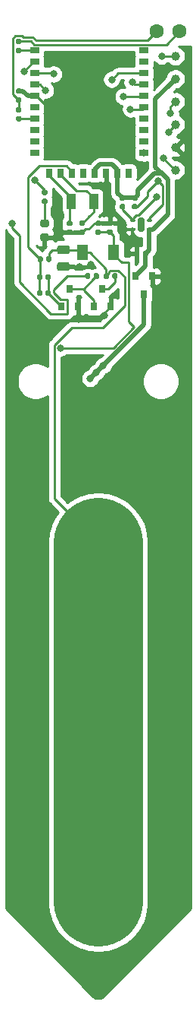
<source format=gbr>
G04 #@! TF.GenerationSoftware,KiCad,Pcbnew,(5.1.10)-1*
G04 #@! TF.CreationDate,2021-05-26T14:01:48+03:00*
G04 #@! TF.ProjectId,parasite,70617261-7369-4746-952e-6b696361645f,1.0.0*
G04 #@! TF.SameCoordinates,Original*
G04 #@! TF.FileFunction,Copper,L1,Top*
G04 #@! TF.FilePolarity,Positive*
%FSLAX46Y46*%
G04 Gerber Fmt 4.6, Leading zero omitted, Abs format (unit mm)*
G04 Created by KiCad (PCBNEW (5.1.10)-1) date 2021-05-26 14:01:48*
%MOMM*%
%LPD*%
G01*
G04 APERTURE LIST*
G04 #@! TA.AperFunction,ComponentPad*
%ADD10C,1.600000*%
G04 #@! TD*
G04 #@! TA.AperFunction,SMDPad,CuDef*
%ADD11R,1.000000X0.650000*%
G04 #@! TD*
G04 #@! TA.AperFunction,SMDPad,CuDef*
%ADD12R,0.650000X1.000000*%
G04 #@! TD*
G04 #@! TA.AperFunction,SMDPad,CuDef*
%ADD13R,1.000000X1.800000*%
G04 #@! TD*
G04 #@! TA.AperFunction,SMDPad,CuDef*
%ADD14R,0.800000X0.900000*%
G04 #@! TD*
G04 #@! TA.AperFunction,SMDPad,CuDef*
%ADD15C,1.000000*%
G04 #@! TD*
G04 #@! TA.AperFunction,SMDPad,CuDef*
%ADD16R,1.300000X1.700000*%
G04 #@! TD*
G04 #@! TA.AperFunction,ViaPad*
%ADD17C,0.800000*%
G04 #@! TD*
G04 #@! TA.AperFunction,Conductor*
%ADD18C,0.250000*%
G04 #@! TD*
G04 #@! TA.AperFunction,Conductor*
%ADD19C,0.500000*%
G04 #@! TD*
G04 #@! TA.AperFunction,Conductor*
%ADD20C,10.000000*%
G04 #@! TD*
G04 #@! TA.AperFunction,Conductor*
%ADD21C,0.254000*%
G04 #@! TD*
G04 #@! TA.AperFunction,Conductor*
%ADD22C,0.100000*%
G04 #@! TD*
G04 APERTURE END LIST*
D10*
X74560000Y-29050000D03*
X77100000Y-29050000D03*
G04 #@! TA.AperFunction,SMDPad,CuDef*
G36*
G01*
X59285000Y-30420000D02*
X58915000Y-30420000D01*
G75*
G02*
X58780000Y-30285000I0J135000D01*
G01*
X58780000Y-30015000D01*
G75*
G02*
X58915000Y-29880000I135000J0D01*
G01*
X59285000Y-29880000D01*
G75*
G02*
X59420000Y-30015000I0J-135000D01*
G01*
X59420000Y-30285000D01*
G75*
G02*
X59285000Y-30420000I-135000J0D01*
G01*
G37*
G04 #@! TD.AperFunction*
G04 #@! TA.AperFunction,SMDPad,CuDef*
G36*
G01*
X59285000Y-31440000D02*
X58915000Y-31440000D01*
G75*
G02*
X58780000Y-31305000I0J135000D01*
G01*
X58780000Y-31035000D01*
G75*
G02*
X58915000Y-30900000I135000J0D01*
G01*
X59285000Y-30900000D01*
G75*
G02*
X59420000Y-31035000I0J-135000D01*
G01*
X59420000Y-31305000D01*
G75*
G02*
X59285000Y-31440000I-135000J0D01*
G01*
G37*
G04 #@! TD.AperFunction*
G04 #@! TA.AperFunction,SMDPad,CuDef*
G36*
G01*
X58927500Y-38475000D02*
X59272500Y-38475000D01*
G75*
G02*
X59420000Y-38622500I0J-147500D01*
G01*
X59420000Y-38917500D01*
G75*
G02*
X59272500Y-39065000I-147500J0D01*
G01*
X58927500Y-39065000D01*
G75*
G02*
X58780000Y-38917500I0J147500D01*
G01*
X58780000Y-38622500D01*
G75*
G02*
X58927500Y-38475000I147500J0D01*
G01*
G37*
G04 #@! TD.AperFunction*
G04 #@! TA.AperFunction,SMDPad,CuDef*
G36*
G01*
X58927500Y-37505000D02*
X59272500Y-37505000D01*
G75*
G02*
X59420000Y-37652500I0J-147500D01*
G01*
X59420000Y-37947500D01*
G75*
G02*
X59272500Y-38095000I-147500J0D01*
G01*
X58927500Y-38095000D01*
G75*
G02*
X58780000Y-37947500I0J147500D01*
G01*
X58780000Y-37652500D01*
G75*
G02*
X58927500Y-37505000I147500J0D01*
G01*
G37*
G04 #@! TD.AperFunction*
G04 #@! TA.AperFunction,SMDPad,CuDef*
G36*
G01*
X58927500Y-36375000D02*
X59272500Y-36375000D01*
G75*
G02*
X59420000Y-36522500I0J-147500D01*
G01*
X59420000Y-36817500D01*
G75*
G02*
X59272500Y-36965000I-147500J0D01*
G01*
X58927500Y-36965000D01*
G75*
G02*
X58780000Y-36817500I0J147500D01*
G01*
X58780000Y-36522500D01*
G75*
G02*
X58927500Y-36375000I147500J0D01*
G01*
G37*
G04 #@! TD.AperFunction*
G04 #@! TA.AperFunction,SMDPad,CuDef*
G36*
G01*
X58927500Y-35405000D02*
X59272500Y-35405000D01*
G75*
G02*
X59420000Y-35552500I0J-147500D01*
G01*
X59420000Y-35847500D01*
G75*
G02*
X59272500Y-35995000I-147500J0D01*
G01*
X58927500Y-35995000D01*
G75*
G02*
X58780000Y-35847500I0J147500D01*
G01*
X58780000Y-35552500D01*
G75*
G02*
X58927500Y-35405000I147500J0D01*
G01*
G37*
G04 #@! TD.AperFunction*
G04 #@! TA.AperFunction,SMDPad,CuDef*
G36*
G01*
X73150000Y-49975000D02*
X73150000Y-51225000D01*
G75*
G02*
X72975000Y-51400000I-175000J0D01*
G01*
X72625000Y-51400000D01*
G75*
G02*
X72450000Y-51225000I0J175000D01*
G01*
X72450000Y-49975000D01*
G75*
G02*
X72625000Y-49800000I175000J0D01*
G01*
X72975000Y-49800000D01*
G75*
G02*
X73150000Y-49975000I0J-175000D01*
G01*
G37*
G04 #@! TD.AperFunction*
G04 #@! TA.AperFunction,SMDPad,CuDef*
G36*
G01*
X72150000Y-51012500D02*
X72150000Y-51187500D01*
G75*
G02*
X72062500Y-51275000I-87500J0D01*
G01*
X71687500Y-51275000D01*
G75*
G02*
X71600000Y-51187500I0J87500D01*
G01*
X71600000Y-51012500D01*
G75*
G02*
X71687500Y-50925000I87500J0D01*
G01*
X72062500Y-50925000D01*
G75*
G02*
X72150000Y-51012500I0J-87500D01*
G01*
G37*
G04 #@! TD.AperFunction*
G04 #@! TA.AperFunction,SMDPad,CuDef*
G36*
G01*
X72150000Y-50012500D02*
X72150000Y-50187500D01*
G75*
G02*
X72062500Y-50275000I-87500J0D01*
G01*
X71687500Y-50275000D01*
G75*
G02*
X71600000Y-50187500I0J87500D01*
G01*
X71600000Y-50012500D01*
G75*
G02*
X71687500Y-49925000I87500J0D01*
G01*
X72062500Y-49925000D01*
G75*
G02*
X72150000Y-50012500I0J-87500D01*
G01*
G37*
G04 #@! TD.AperFunction*
G04 #@! TA.AperFunction,SMDPad,CuDef*
G36*
G01*
X74000000Y-50012500D02*
X74000000Y-50187500D01*
G75*
G02*
X73912500Y-50275000I-87500J0D01*
G01*
X73537500Y-50275000D01*
G75*
G02*
X73450000Y-50187500I0J87500D01*
G01*
X73450000Y-50012500D01*
G75*
G02*
X73537500Y-49925000I87500J0D01*
G01*
X73912500Y-49925000D01*
G75*
G02*
X74000000Y-50012500I0J-87500D01*
G01*
G37*
G04 #@! TD.AperFunction*
G04 #@! TA.AperFunction,SMDPad,CuDef*
G36*
G01*
X74000000Y-51012500D02*
X74000000Y-51187500D01*
G75*
G02*
X73912500Y-51275000I-87500J0D01*
G01*
X73537500Y-51275000D01*
G75*
G02*
X73450000Y-51187500I0J87500D01*
G01*
X73450000Y-51012500D01*
G75*
G02*
X73537500Y-50925000I87500J0D01*
G01*
X73912500Y-50925000D01*
G75*
G02*
X74000000Y-51012500I0J-87500D01*
G01*
G37*
G04 #@! TD.AperFunction*
D11*
X60881000Y-42600000D03*
X60881000Y-41330000D03*
X60881000Y-40060000D03*
X60881000Y-38790000D03*
X60881000Y-37520000D03*
X60881000Y-36250000D03*
X60881000Y-34980000D03*
X60881000Y-33710000D03*
X60881000Y-32440000D03*
X60881000Y-31170000D03*
X73119000Y-38790000D03*
X73119000Y-31170000D03*
X73119000Y-37520000D03*
X73119000Y-32440000D03*
X73119000Y-33710000D03*
X73119000Y-34980000D03*
X73119000Y-40060000D03*
X73119000Y-36250000D03*
X73119000Y-41330000D03*
X73119000Y-42600000D03*
D12*
X70150000Y-44819000D03*
X62530000Y-44819000D03*
X68880000Y-44819000D03*
X63800000Y-44819000D03*
X65070000Y-44819000D03*
X66340000Y-44819000D03*
X71420000Y-44819000D03*
X67610000Y-44819000D03*
D13*
X67500000Y-48000000D03*
X65000000Y-48000000D03*
G04 #@! TA.AperFunction,SMDPad,CuDef*
G36*
G01*
X71927500Y-48275000D02*
X72272500Y-48275000D01*
G75*
G02*
X72420000Y-48422500I0J-147500D01*
G01*
X72420000Y-48717500D01*
G75*
G02*
X72272500Y-48865000I-147500J0D01*
G01*
X71927500Y-48865000D01*
G75*
G02*
X71780000Y-48717500I0J147500D01*
G01*
X71780000Y-48422500D01*
G75*
G02*
X71927500Y-48275000I147500J0D01*
G01*
G37*
G04 #@! TD.AperFunction*
G04 #@! TA.AperFunction,SMDPad,CuDef*
G36*
G01*
X71927500Y-47305000D02*
X72272500Y-47305000D01*
G75*
G02*
X72420000Y-47452500I0J-147500D01*
G01*
X72420000Y-47747500D01*
G75*
G02*
X72272500Y-47895000I-147500J0D01*
G01*
X71927500Y-47895000D01*
G75*
G02*
X71780000Y-47747500I0J147500D01*
G01*
X71780000Y-47452500D01*
G75*
G02*
X71927500Y-47305000I147500J0D01*
G01*
G37*
G04 #@! TD.AperFunction*
G04 #@! TA.AperFunction,SMDPad,CuDef*
G36*
G01*
X70872500Y-47895000D02*
X70527500Y-47895000D01*
G75*
G02*
X70380000Y-47747500I0J147500D01*
G01*
X70380000Y-47452500D01*
G75*
G02*
X70527500Y-47305000I147500J0D01*
G01*
X70872500Y-47305000D01*
G75*
G02*
X71020000Y-47452500I0J-147500D01*
G01*
X71020000Y-47747500D01*
G75*
G02*
X70872500Y-47895000I-147500J0D01*
G01*
G37*
G04 #@! TD.AperFunction*
G04 #@! TA.AperFunction,SMDPad,CuDef*
G36*
G01*
X70872500Y-48865000D02*
X70527500Y-48865000D01*
G75*
G02*
X70380000Y-48717500I0J147500D01*
G01*
X70380000Y-48422500D01*
G75*
G02*
X70527500Y-48275000I147500J0D01*
G01*
X70872500Y-48275000D01*
G75*
G02*
X71020000Y-48422500I0J-147500D01*
G01*
X71020000Y-48717500D01*
G75*
G02*
X70872500Y-48865000I-147500J0D01*
G01*
G37*
G04 #@! TD.AperFunction*
G04 #@! TA.AperFunction,SMDPad,CuDef*
G36*
G01*
X69472500Y-50725000D02*
X69127500Y-50725000D01*
G75*
G02*
X68980000Y-50577500I0J147500D01*
G01*
X68980000Y-50282500D01*
G75*
G02*
X69127500Y-50135000I147500J0D01*
G01*
X69472500Y-50135000D01*
G75*
G02*
X69620000Y-50282500I0J-147500D01*
G01*
X69620000Y-50577500D01*
G75*
G02*
X69472500Y-50725000I-147500J0D01*
G01*
G37*
G04 #@! TD.AperFunction*
G04 #@! TA.AperFunction,SMDPad,CuDef*
G36*
G01*
X69472500Y-51695000D02*
X69127500Y-51695000D01*
G75*
G02*
X68980000Y-51547500I0J147500D01*
G01*
X68980000Y-51252500D01*
G75*
G02*
X69127500Y-51105000I147500J0D01*
G01*
X69472500Y-51105000D01*
G75*
G02*
X69620000Y-51252500I0J-147500D01*
G01*
X69620000Y-51547500D01*
G75*
G02*
X69472500Y-51695000I-147500J0D01*
G01*
G37*
G04 #@! TD.AperFunction*
G04 #@! TA.AperFunction,SMDPad,CuDef*
G36*
G01*
X69575000Y-56472500D02*
X69575000Y-56127500D01*
G75*
G02*
X69722500Y-55980000I147500J0D01*
G01*
X70017500Y-55980000D01*
G75*
G02*
X70165000Y-56127500I0J-147500D01*
G01*
X70165000Y-56472500D01*
G75*
G02*
X70017500Y-56620000I-147500J0D01*
G01*
X69722500Y-56620000D01*
G75*
G02*
X69575000Y-56472500I0J147500D01*
G01*
G37*
G04 #@! TD.AperFunction*
G04 #@! TA.AperFunction,SMDPad,CuDef*
G36*
G01*
X68605000Y-56472500D02*
X68605000Y-56127500D01*
G75*
G02*
X68752500Y-55980000I147500J0D01*
G01*
X69047500Y-55980000D01*
G75*
G02*
X69195000Y-56127500I0J-147500D01*
G01*
X69195000Y-56472500D01*
G75*
G02*
X69047500Y-56620000I-147500J0D01*
G01*
X68752500Y-56620000D01*
G75*
G02*
X68605000Y-56472500I0J147500D01*
G01*
G37*
G04 #@! TD.AperFunction*
G04 #@! TA.AperFunction,SMDPad,CuDef*
G36*
G01*
X61725000Y-58027500D02*
X61725000Y-58372500D01*
G75*
G02*
X61577500Y-58520000I-147500J0D01*
G01*
X61282500Y-58520000D01*
G75*
G02*
X61135000Y-58372500I0J147500D01*
G01*
X61135000Y-58027500D01*
G75*
G02*
X61282500Y-57880000I147500J0D01*
G01*
X61577500Y-57880000D01*
G75*
G02*
X61725000Y-58027500I0J-147500D01*
G01*
G37*
G04 #@! TD.AperFunction*
G04 #@! TA.AperFunction,SMDPad,CuDef*
G36*
G01*
X62695000Y-58027500D02*
X62695000Y-58372500D01*
G75*
G02*
X62547500Y-58520000I-147500J0D01*
G01*
X62252500Y-58520000D01*
G75*
G02*
X62105000Y-58372500I0J147500D01*
G01*
X62105000Y-58027500D01*
G75*
G02*
X62252500Y-57880000I147500J0D01*
G01*
X62547500Y-57880000D01*
G75*
G02*
X62695000Y-58027500I0J-147500D01*
G01*
G37*
G04 #@! TD.AperFunction*
G04 #@! TA.AperFunction,SMDPad,CuDef*
G36*
G01*
X67490000Y-56472500D02*
X67490000Y-56127500D01*
G75*
G02*
X67637500Y-55980000I147500J0D01*
G01*
X67932500Y-55980000D01*
G75*
G02*
X68080000Y-56127500I0J-147500D01*
G01*
X68080000Y-56472500D01*
G75*
G02*
X67932500Y-56620000I-147500J0D01*
G01*
X67637500Y-56620000D01*
G75*
G02*
X67490000Y-56472500I0J147500D01*
G01*
G37*
G04 #@! TD.AperFunction*
G04 #@! TA.AperFunction,SMDPad,CuDef*
G36*
G01*
X66520000Y-56472500D02*
X66520000Y-56127500D01*
G75*
G02*
X66667500Y-55980000I147500J0D01*
G01*
X66962500Y-55980000D01*
G75*
G02*
X67110000Y-56127500I0J-147500D01*
G01*
X67110000Y-56472500D01*
G75*
G02*
X66962500Y-56620000I-147500J0D01*
G01*
X66667500Y-56620000D01*
G75*
G02*
X66520000Y-56472500I0J147500D01*
G01*
G37*
G04 #@! TD.AperFunction*
G04 #@! TA.AperFunction,SMDPad,CuDef*
G36*
G01*
X61827500Y-47675000D02*
X62172500Y-47675000D01*
G75*
G02*
X62320000Y-47822500I0J-147500D01*
G01*
X62320000Y-48117500D01*
G75*
G02*
X62172500Y-48265000I-147500J0D01*
G01*
X61827500Y-48265000D01*
G75*
G02*
X61680000Y-48117500I0J147500D01*
G01*
X61680000Y-47822500D01*
G75*
G02*
X61827500Y-47675000I147500J0D01*
G01*
G37*
G04 #@! TD.AperFunction*
G04 #@! TA.AperFunction,SMDPad,CuDef*
G36*
G01*
X61827500Y-46705000D02*
X62172500Y-46705000D01*
G75*
G02*
X62320000Y-46852500I0J-147500D01*
G01*
X62320000Y-47147500D01*
G75*
G02*
X62172500Y-47295000I-147500J0D01*
G01*
X61827500Y-47295000D01*
G75*
G02*
X61680000Y-47147500I0J147500D01*
G01*
X61680000Y-46852500D01*
G75*
G02*
X61827500Y-46705000I147500J0D01*
G01*
G37*
G04 #@! TD.AperFunction*
G04 #@! TA.AperFunction,SMDPad,CuDef*
G36*
G01*
X62190000Y-54572500D02*
X62190000Y-54227500D01*
G75*
G02*
X62337500Y-54080000I147500J0D01*
G01*
X62632500Y-54080000D01*
G75*
G02*
X62780000Y-54227500I0J-147500D01*
G01*
X62780000Y-54572500D01*
G75*
G02*
X62632500Y-54720000I-147500J0D01*
G01*
X62337500Y-54720000D01*
G75*
G02*
X62190000Y-54572500I0J147500D01*
G01*
G37*
G04 #@! TD.AperFunction*
G04 #@! TA.AperFunction,SMDPad,CuDef*
G36*
G01*
X61220000Y-54572500D02*
X61220000Y-54227500D01*
G75*
G02*
X61367500Y-54080000I147500J0D01*
G01*
X61662500Y-54080000D01*
G75*
G02*
X61810000Y-54227500I0J-147500D01*
G01*
X61810000Y-54572500D01*
G75*
G02*
X61662500Y-54720000I-147500J0D01*
G01*
X61367500Y-54720000D01*
G75*
G02*
X61220000Y-54572500I0J147500D01*
G01*
G37*
G04 #@! TD.AperFunction*
D14*
X73100000Y-58300000D03*
X72150000Y-56300000D03*
X74050000Y-56300000D03*
G04 #@! TA.AperFunction,SMDPad,CuDef*
G36*
G01*
X62256250Y-50862500D02*
X61743750Y-50862500D01*
G75*
G02*
X61525000Y-50643750I0J218750D01*
G01*
X61525000Y-50206250D01*
G75*
G02*
X61743750Y-49987500I218750J0D01*
G01*
X62256250Y-49987500D01*
G75*
G02*
X62475000Y-50206250I0J-218750D01*
G01*
X62475000Y-50643750D01*
G75*
G02*
X62256250Y-50862500I-218750J0D01*
G01*
G37*
G04 #@! TD.AperFunction*
G04 #@! TA.AperFunction,SMDPad,CuDef*
G36*
G01*
X62256250Y-52437500D02*
X61743750Y-52437500D01*
G75*
G02*
X61525000Y-52218750I0J218750D01*
G01*
X61525000Y-51781250D01*
G75*
G02*
X61743750Y-51562500I218750J0D01*
G01*
X62256250Y-51562500D01*
G75*
G02*
X62475000Y-51781250I0J-218750D01*
G01*
X62475000Y-52218750D01*
G75*
G02*
X62256250Y-52437500I-218750J0D01*
G01*
G37*
G04 #@! TD.AperFunction*
G04 #@! TA.AperFunction,SMDPad,CuDef*
G36*
G01*
X61725000Y-56227500D02*
X61725000Y-56572500D01*
G75*
G02*
X61577500Y-56720000I-147500J0D01*
G01*
X61282500Y-56720000D01*
G75*
G02*
X61135000Y-56572500I0J147500D01*
G01*
X61135000Y-56227500D01*
G75*
G02*
X61282500Y-56080000I147500J0D01*
G01*
X61577500Y-56080000D01*
G75*
G02*
X61725000Y-56227500I0J-147500D01*
G01*
G37*
G04 #@! TD.AperFunction*
G04 #@! TA.AperFunction,SMDPad,CuDef*
G36*
G01*
X62695000Y-56227500D02*
X62695000Y-56572500D01*
G75*
G02*
X62547500Y-56720000I-147500J0D01*
G01*
X62252500Y-56720000D01*
G75*
G02*
X62105000Y-56572500I0J147500D01*
G01*
X62105000Y-56227500D01*
G75*
G02*
X62252500Y-56080000I147500J0D01*
G01*
X62547500Y-56080000D01*
G75*
G02*
X62695000Y-56227500I0J-147500D01*
G01*
G37*
G04 #@! TD.AperFunction*
G04 #@! TA.AperFunction,SMDPad,CuDef*
G36*
G01*
X66372500Y-50725000D02*
X66027500Y-50725000D01*
G75*
G02*
X65880000Y-50577500I0J147500D01*
G01*
X65880000Y-50282500D01*
G75*
G02*
X66027500Y-50135000I147500J0D01*
G01*
X66372500Y-50135000D01*
G75*
G02*
X66520000Y-50282500I0J-147500D01*
G01*
X66520000Y-50577500D01*
G75*
G02*
X66372500Y-50725000I-147500J0D01*
G01*
G37*
G04 #@! TD.AperFunction*
G04 #@! TA.AperFunction,SMDPad,CuDef*
G36*
G01*
X66372500Y-51695000D02*
X66027500Y-51695000D01*
G75*
G02*
X65880000Y-51547500I0J147500D01*
G01*
X65880000Y-51252500D01*
G75*
G02*
X66027500Y-51105000I147500J0D01*
G01*
X66372500Y-51105000D01*
G75*
G02*
X66520000Y-51252500I0J-147500D01*
G01*
X66520000Y-51547500D01*
G75*
G02*
X66372500Y-51695000I-147500J0D01*
G01*
G37*
G04 #@! TD.AperFunction*
G04 #@! TA.AperFunction,SMDPad,CuDef*
G36*
G01*
X64627500Y-51105000D02*
X64972500Y-51105000D01*
G75*
G02*
X65120000Y-51252500I0J-147500D01*
G01*
X65120000Y-51547500D01*
G75*
G02*
X64972500Y-51695000I-147500J0D01*
G01*
X64627500Y-51695000D01*
G75*
G02*
X64480000Y-51547500I0J147500D01*
G01*
X64480000Y-51252500D01*
G75*
G02*
X64627500Y-51105000I147500J0D01*
G01*
G37*
G04 #@! TD.AperFunction*
G04 #@! TA.AperFunction,SMDPad,CuDef*
G36*
G01*
X64627500Y-50135000D02*
X64972500Y-50135000D01*
G75*
G02*
X65120000Y-50282500I0J-147500D01*
G01*
X65120000Y-50577500D01*
G75*
G02*
X64972500Y-50725000I-147500J0D01*
G01*
X64627500Y-50725000D01*
G75*
G02*
X64480000Y-50577500I0J147500D01*
G01*
X64480000Y-50282500D01*
G75*
G02*
X64627500Y-50135000I147500J0D01*
G01*
G37*
G04 #@! TD.AperFunction*
G04 #@! TA.AperFunction,SMDPad,CuDef*
G36*
G01*
X72625000Y-53627500D02*
X72625000Y-53972500D01*
G75*
G02*
X72477500Y-54120000I-147500J0D01*
G01*
X72182500Y-54120000D01*
G75*
G02*
X72035000Y-53972500I0J147500D01*
G01*
X72035000Y-53627500D01*
G75*
G02*
X72182500Y-53480000I147500J0D01*
G01*
X72477500Y-53480000D01*
G75*
G02*
X72625000Y-53627500I0J-147500D01*
G01*
G37*
G04 #@! TD.AperFunction*
G04 #@! TA.AperFunction,SMDPad,CuDef*
G36*
G01*
X73595000Y-53627500D02*
X73595000Y-53972500D01*
G75*
G02*
X73447500Y-54120000I-147500J0D01*
G01*
X73152500Y-54120000D01*
G75*
G02*
X73005000Y-53972500I0J147500D01*
G01*
X73005000Y-53627500D01*
G75*
G02*
X73152500Y-53480000I147500J0D01*
G01*
X73447500Y-53480000D01*
G75*
G02*
X73595000Y-53627500I0J-147500D01*
G01*
G37*
G04 #@! TD.AperFunction*
G04 #@! TA.AperFunction,SMDPad,CuDef*
G36*
G01*
X68172500Y-50725000D02*
X67827500Y-50725000D01*
G75*
G02*
X67680000Y-50577500I0J147500D01*
G01*
X67680000Y-50282500D01*
G75*
G02*
X67827500Y-50135000I147500J0D01*
G01*
X68172500Y-50135000D01*
G75*
G02*
X68320000Y-50282500I0J-147500D01*
G01*
X68320000Y-50577500D01*
G75*
G02*
X68172500Y-50725000I-147500J0D01*
G01*
G37*
G04 #@! TD.AperFunction*
G04 #@! TA.AperFunction,SMDPad,CuDef*
G36*
G01*
X68172500Y-51695000D02*
X67827500Y-51695000D01*
G75*
G02*
X67680000Y-51547500I0J147500D01*
G01*
X67680000Y-51252500D01*
G75*
G02*
X67827500Y-51105000I147500J0D01*
G01*
X68172500Y-51105000D01*
G75*
G02*
X68320000Y-51252500I0J-147500D01*
G01*
X68320000Y-51547500D01*
G75*
G02*
X68172500Y-51695000I-147500J0D01*
G01*
G37*
G04 #@! TD.AperFunction*
D15*
X76640000Y-34340000D03*
X76640000Y-41960000D03*
X76640000Y-44500000D03*
X76640000Y-39420000D03*
X76640000Y-36880000D03*
D14*
X68450000Y-57700000D03*
X69400000Y-59700000D03*
X67500000Y-59700000D03*
X64800000Y-57700000D03*
X65750000Y-59700000D03*
X63850000Y-59700000D03*
G04 #@! TA.AperFunction,SMDPad,CuDef*
G36*
G01*
X64556250Y-53850000D02*
X63643750Y-53850000D01*
G75*
G02*
X63400000Y-53606250I0J243750D01*
G01*
X63400000Y-53118750D01*
G75*
G02*
X63643750Y-52875000I243750J0D01*
G01*
X64556250Y-52875000D01*
G75*
G02*
X64800000Y-53118750I0J-243750D01*
G01*
X64800000Y-53606250D01*
G75*
G02*
X64556250Y-53850000I-243750J0D01*
G01*
G37*
G04 #@! TD.AperFunction*
G04 #@! TA.AperFunction,SMDPad,CuDef*
G36*
G01*
X64556250Y-55725000D02*
X63643750Y-55725000D01*
G75*
G02*
X63400000Y-55481250I0J243750D01*
G01*
X63400000Y-54993750D01*
G75*
G02*
X63643750Y-54750000I243750J0D01*
G01*
X64556250Y-54750000D01*
G75*
G02*
X64800000Y-54993750I0J-243750D01*
G01*
X64800000Y-55481250D01*
G75*
G02*
X64556250Y-55725000I-243750J0D01*
G01*
G37*
G04 #@! TD.AperFunction*
D16*
X69700000Y-53700000D03*
X66200000Y-53700000D03*
D15*
X76640000Y-31800000D03*
D17*
X68700000Y-60700000D03*
X65800000Y-61100000D03*
X74800000Y-53800000D03*
X74800000Y-54700000D03*
X71300000Y-52400000D03*
X72200000Y-52400000D03*
X63500000Y-51400000D03*
X63500000Y-50500000D03*
X63500000Y-49600000D03*
X67198744Y-55038241D03*
X64100000Y-55237500D03*
X65862500Y-55237500D03*
X63500000Y-38200000D03*
X64700000Y-38200000D03*
X65800000Y-38200000D03*
X67100000Y-38200000D03*
X67100000Y-67700000D03*
X67800000Y-67000000D03*
X68550000Y-66250000D03*
X63000000Y-33800000D03*
X75100000Y-31800000D03*
X63800000Y-64300000D03*
X62100000Y-35600000D03*
X60900000Y-45600000D03*
X58400000Y-50400000D03*
X59699999Y-33500000D03*
X71800000Y-34700000D03*
X76100000Y-38200000D03*
X69500000Y-34400000D03*
X75900000Y-40300000D03*
X69500000Y-34400000D03*
X75300000Y-43200000D03*
X73119000Y-42600000D03*
X74700000Y-45700000D03*
X71600000Y-37700000D03*
X70800000Y-36300000D03*
X74493886Y-47510431D03*
D18*
X67580000Y-50430000D02*
X68000000Y-50430000D01*
X66944168Y-51065832D02*
X67580000Y-50430000D01*
X66534168Y-51065832D02*
X66944168Y-51065832D01*
X66200000Y-51400000D02*
X66534168Y-51065832D01*
X66999485Y-55237500D02*
X67198744Y-55038241D01*
X64100000Y-55237500D02*
X65862500Y-55237500D01*
X65862500Y-55237500D02*
X66999485Y-55237500D01*
X65750000Y-61050000D02*
X65800000Y-61100000D01*
X65750000Y-59700000D02*
X65750000Y-61050000D01*
X68700000Y-60400000D02*
X69400000Y-59700000D01*
X68700000Y-60700000D02*
X68700000Y-60400000D01*
X60881000Y-36250000D02*
X61056000Y-36250000D01*
X64500000Y-38200000D02*
X65800000Y-38200000D01*
X63497000Y-38197000D02*
X63500000Y-38200000D01*
X61056000Y-36250000D02*
X63003000Y-38197000D01*
X63003000Y-38197000D02*
X63497000Y-38197000D01*
D19*
X59100000Y-35700000D02*
X59550000Y-35700000D01*
X59550000Y-35700000D02*
X60100000Y-36250000D01*
X60100000Y-36250000D02*
X60881000Y-36250000D01*
D20*
X68000000Y-86000000D02*
X68000000Y-126000000D01*
D18*
X62485000Y-54400000D02*
X62485000Y-53715000D01*
X62837500Y-53362500D02*
X64100000Y-53362500D01*
X62485000Y-53715000D02*
X62837500Y-53362500D01*
X65862500Y-53362500D02*
X66200000Y-53700000D01*
X64100000Y-53362500D02*
X65862500Y-53362500D01*
X68900000Y-55500000D02*
X68900000Y-55880000D01*
X67100000Y-53700000D02*
X68900000Y-55500000D01*
X68900000Y-55880000D02*
X68900000Y-56300000D01*
X66200000Y-53700000D02*
X67100000Y-53700000D01*
X63074999Y-63951999D02*
X65026998Y-62000000D01*
X63074999Y-81074999D02*
X63074999Y-63951999D01*
X68000000Y-86000000D02*
X63074999Y-81074999D01*
X70213222Y-55654990D02*
X69345010Y-55654990D01*
X70949990Y-56391758D02*
X70213222Y-55654990D01*
X70949990Y-59585012D02*
X70949990Y-56391758D01*
X68535002Y-62000000D02*
X70949990Y-59585012D01*
X65026998Y-62000000D02*
X68535002Y-62000000D01*
X69234168Y-55965832D02*
X68900000Y-56300000D01*
X69234168Y-55765832D02*
X69234168Y-55965832D01*
X69345010Y-55654990D02*
X69234168Y-55765832D01*
X61430000Y-56400000D02*
X61430000Y-58200000D01*
X61515000Y-56315000D02*
X61430000Y-56400000D01*
X61515000Y-54400000D02*
X61515000Y-56315000D01*
X61180832Y-54065832D02*
X61515000Y-54400000D01*
X60174999Y-45251999D02*
X60174999Y-53059999D01*
X60174999Y-53059999D02*
X61180832Y-54065832D01*
X61432999Y-43993999D02*
X60174999Y-45251999D01*
X64419999Y-43993999D02*
X61432999Y-43993999D01*
X65070000Y-44644000D02*
X64419999Y-43993999D01*
X65070000Y-44819000D02*
X65070000Y-44644000D01*
X63850000Y-59650000D02*
X62400000Y-58200000D01*
X63850000Y-59700000D02*
X63850000Y-59650000D01*
X62400000Y-58200000D02*
X62400000Y-56400000D01*
X69870000Y-56720000D02*
X69870000Y-56300000D01*
X69870000Y-56930000D02*
X69870000Y-56720000D01*
X69100000Y-57700000D02*
X69870000Y-56930000D01*
X68450000Y-57700000D02*
X69100000Y-57700000D01*
X67450832Y-56634168D02*
X67785000Y-56300000D01*
X67450832Y-56652400D02*
X67450832Y-56634168D01*
X66403232Y-57700000D02*
X67450832Y-56652400D01*
X64800000Y-57700000D02*
X66403232Y-57700000D01*
X66403232Y-57903232D02*
X66403232Y-57700000D01*
X67500000Y-59000000D02*
X66403232Y-57903232D01*
X67500000Y-59700000D02*
X67500000Y-59000000D01*
D19*
X73100000Y-61700000D02*
X68550000Y-66250000D01*
X73100000Y-58300000D02*
X73100000Y-61700000D01*
X67800000Y-67000000D02*
X67100000Y-67700000D01*
X68550000Y-66250000D02*
X67800000Y-67000000D01*
D18*
X69700000Y-51800000D02*
X69300000Y-51400000D01*
X69700000Y-53700000D02*
X69700000Y-51800000D01*
X68000000Y-51400000D02*
X69300000Y-51400000D01*
X62910000Y-33710000D02*
X63000000Y-33800000D01*
X60881000Y-33710000D02*
X62910000Y-33710000D01*
X75100000Y-31800000D02*
X76640000Y-31800000D01*
X69700000Y-53900000D02*
X69700000Y-53700000D01*
X70600000Y-54800000D02*
X69700000Y-53900000D01*
X71400000Y-54800000D02*
X70600000Y-54800000D01*
X71400000Y-61386814D02*
X71400000Y-54800000D01*
X72000000Y-61986814D02*
X71400000Y-61386814D01*
X69686814Y-64300000D02*
X72000000Y-61986814D01*
X63800000Y-64300000D02*
X69686814Y-64300000D01*
X62000000Y-47970000D02*
X62000000Y-50425000D01*
D19*
X67610000Y-44453998D02*
X67610000Y-44819000D01*
X68194999Y-43868999D02*
X67610000Y-44453998D01*
X69565001Y-43868999D02*
X68194999Y-43868999D01*
X70150000Y-44453998D02*
X69565001Y-43868999D01*
X70150000Y-44819000D02*
X70150000Y-44453998D01*
X70150000Y-47050000D02*
X70700000Y-47600000D01*
X70150000Y-44819000D02*
X70150000Y-47050000D01*
X70700000Y-47600000D02*
X72100000Y-47600000D01*
X73725000Y-53375000D02*
X73300000Y-53800000D01*
X73725000Y-51100000D02*
X73725000Y-53375000D01*
X73300000Y-55150000D02*
X73300000Y-53800000D01*
X72150000Y-56300000D02*
X73300000Y-55150000D01*
X74100000Y-51100000D02*
X73725000Y-51100000D01*
X75793897Y-49406103D02*
X74100000Y-51100000D01*
X75793897Y-45535895D02*
X75793897Y-49406103D01*
X75108001Y-44849999D02*
X75793897Y-45535895D01*
X74291999Y-44849999D02*
X75108001Y-44849999D01*
X72434168Y-46707830D02*
X74291999Y-44849999D01*
X72434168Y-47265832D02*
X72434168Y-46707830D01*
X72100000Y-47600000D02*
X72434168Y-47265832D01*
X76140001Y-34839999D02*
X76640000Y-34340000D01*
X74400000Y-36580000D02*
X76140001Y-34839999D01*
X74400000Y-44141998D02*
X74400000Y-36580000D01*
X75108001Y-44849999D02*
X74400000Y-44141998D01*
D18*
X61480000Y-34980000D02*
X62100000Y-35600000D01*
X60881000Y-34980000D02*
X61480000Y-34980000D01*
X62000000Y-46700000D02*
X60900000Y-45600000D01*
X62000000Y-47000000D02*
X62000000Y-46700000D01*
X60881000Y-32440000D02*
X60759999Y-32440000D01*
X60759999Y-32440000D02*
X59699999Y-33500000D01*
X66420000Y-56300000D02*
X66815000Y-56300000D01*
X63020010Y-58183600D02*
X63020010Y-57831778D01*
X63761409Y-58924999D02*
X63020010Y-58183600D01*
X64551788Y-56300000D02*
X66420000Y-56300000D01*
X59200000Y-51765685D02*
X59200000Y-56958232D01*
X64510001Y-58924999D02*
X63761409Y-58924999D01*
X64510001Y-60475001D02*
X64575001Y-60410001D01*
X59200000Y-56958232D02*
X62716769Y-60475001D01*
X64575001Y-60410001D02*
X64575001Y-58989999D01*
X58400000Y-50965685D02*
X59200000Y-51765685D01*
X62716769Y-60475001D02*
X64510001Y-60475001D01*
X63020010Y-57831778D02*
X64551788Y-56300000D01*
X64575001Y-58989999D02*
X64510001Y-58924999D01*
X58400000Y-50400000D02*
X58400000Y-50965685D01*
X72080000Y-34980000D02*
X71800000Y-34700000D01*
X73119000Y-34980000D02*
X72080000Y-34980000D01*
X76100000Y-37420000D02*
X76640000Y-36880000D01*
X76100000Y-38200000D02*
X76100000Y-37420000D01*
X70190000Y-33710000D02*
X69500000Y-34400000D01*
X73119000Y-33710000D02*
X70190000Y-33710000D01*
X75900000Y-40300000D02*
X75900000Y-40160000D01*
X75900000Y-40160000D02*
X76640000Y-39420000D01*
X76600000Y-44500000D02*
X75300000Y-43200000D01*
X76640000Y-44500000D02*
X76600000Y-44500000D01*
X72330000Y-48570000D02*
X73500000Y-47400000D01*
X72100000Y-48570000D02*
X72330000Y-48570000D01*
X73500000Y-46900000D02*
X74700000Y-45700000D01*
X73500000Y-47400000D02*
X73500000Y-46900000D01*
X72939000Y-37700000D02*
X73119000Y-37520000D01*
X71600000Y-37700000D02*
X72939000Y-37700000D01*
X75099999Y-46099999D02*
X74700000Y-45700000D01*
X75218887Y-46218887D02*
X75099999Y-46099999D01*
X75218887Y-48331113D02*
X75218887Y-46218887D01*
X73725000Y-49825000D02*
X75218887Y-48331113D01*
X73725000Y-50100000D02*
X73725000Y-49825000D01*
X70700000Y-48925000D02*
X71875000Y-50100000D01*
X70700000Y-48570000D02*
X70700000Y-48925000D01*
X73069000Y-36300000D02*
X73119000Y-36250000D01*
X70800000Y-36300000D02*
X73069000Y-36300000D01*
X72529327Y-49474990D02*
X74493886Y-47510431D01*
X72225010Y-49474990D02*
X72529327Y-49474990D01*
X71875000Y-49825000D02*
X72225010Y-49474990D01*
X71875000Y-50100000D02*
X71875000Y-49825000D01*
X62530000Y-45130000D02*
X65000000Y-47600000D01*
X65000000Y-47600000D02*
X65000000Y-48000000D01*
X62530000Y-44819000D02*
X62530000Y-45130000D01*
X64800000Y-48200000D02*
X65000000Y-48000000D01*
X64800000Y-50430000D02*
X64800000Y-48200000D01*
X67500000Y-47600000D02*
X67500000Y-48000000D01*
X65580999Y-46774999D02*
X66674999Y-46774999D01*
X66674999Y-46774999D02*
X67500000Y-47600000D01*
X63800000Y-44994000D02*
X65580999Y-46774999D01*
X63800000Y-44819000D02*
X63800000Y-44994000D01*
X66200000Y-50430000D02*
X67000000Y-49630000D01*
X67500000Y-49150000D02*
X67500000Y-48000000D01*
X67020000Y-49630000D02*
X67500000Y-49150000D01*
X67000000Y-49630000D02*
X67020000Y-49630000D01*
X59100000Y-36670000D02*
X59100000Y-37800000D01*
X59081768Y-36670000D02*
X59100000Y-36670000D01*
X58454990Y-36043222D02*
X59081768Y-36670000D01*
X58454990Y-29824456D02*
X58454990Y-36043222D01*
X59620544Y-29699990D02*
X59475544Y-29554990D01*
X60666401Y-29699990D02*
X59620544Y-29699990D01*
X61036400Y-30069989D02*
X60666401Y-29699990D01*
X58724456Y-29554990D02*
X58454990Y-29824456D01*
X73540011Y-30069989D02*
X61036400Y-30069989D01*
X59475544Y-29554990D02*
X58724456Y-29554990D01*
X74560000Y-29050000D02*
X73540011Y-30069989D01*
X60861000Y-38770000D02*
X60881000Y-38790000D01*
X59100000Y-38770000D02*
X60861000Y-38770000D01*
X60881000Y-31170000D02*
X59100000Y-31170000D01*
X75630001Y-30519999D02*
X77100000Y-29050000D01*
X60480001Y-30150000D02*
X60850000Y-30519999D01*
X60850000Y-30519999D02*
X75630001Y-30519999D01*
X59100000Y-30150000D02*
X60480001Y-30150000D01*
D21*
X78340001Y-126726618D02*
X68556139Y-136510479D01*
X68417802Y-136624109D01*
X68288623Y-136693375D01*
X68148451Y-136736230D01*
X68002623Y-136751043D01*
X67856695Y-136737248D01*
X67716222Y-136695371D01*
X67586563Y-136627010D01*
X67448982Y-136515599D01*
X57660000Y-126726620D01*
X57660000Y-51144350D01*
X57694454Y-51257932D01*
X57711059Y-51288997D01*
X57765026Y-51389961D01*
X57836201Y-51476687D01*
X57860000Y-51505686D01*
X57888998Y-51529484D01*
X58440000Y-52080487D01*
X58440001Y-56920900D01*
X58436324Y-56958232D01*
X58440001Y-56995565D01*
X58450998Y-57107218D01*
X58461173Y-57140760D01*
X58494454Y-57250478D01*
X58565026Y-57382508D01*
X58636201Y-57469234D01*
X58660000Y-57498233D01*
X58688998Y-57522031D01*
X62152974Y-60986009D01*
X62176768Y-61015002D01*
X62205761Y-61038796D01*
X62205765Y-61038800D01*
X62276454Y-61096812D01*
X62292493Y-61109975D01*
X62424522Y-61180547D01*
X62567783Y-61224004D01*
X62679436Y-61235001D01*
X62679445Y-61235001D01*
X62716768Y-61238677D01*
X62754091Y-61235001D01*
X64472679Y-61235001D01*
X64510001Y-61238677D01*
X64547323Y-61235001D01*
X64547334Y-61235001D01*
X64658987Y-61224004D01*
X64802248Y-61180547D01*
X64934277Y-61109975D01*
X65050002Y-61015002D01*
X65073805Y-60985998D01*
X65085999Y-60973804D01*
X65115002Y-60950002D01*
X65209975Y-60834277D01*
X65240440Y-60777282D01*
X65350000Y-60788072D01*
X65464250Y-60785000D01*
X65623000Y-60626250D01*
X65623000Y-59827000D01*
X65603000Y-59827000D01*
X65603000Y-59573000D01*
X65623000Y-59573000D01*
X65623000Y-58773750D01*
X65538393Y-58689143D01*
X65554494Y-58680537D01*
X65651185Y-58601185D01*
X65730537Y-58504494D01*
X65754320Y-58460000D01*
X65883662Y-58460000D01*
X65892234Y-58467036D01*
X66040082Y-58614884D01*
X66035750Y-58615000D01*
X65877000Y-58773750D01*
X65877000Y-59573000D01*
X65897000Y-59573000D01*
X65897000Y-59827000D01*
X65877000Y-59827000D01*
X65877000Y-60626250D01*
X66035750Y-60785000D01*
X66150000Y-60788072D01*
X66274482Y-60775812D01*
X66394180Y-60739502D01*
X66504494Y-60680537D01*
X66601185Y-60601185D01*
X66625000Y-60572166D01*
X66648815Y-60601185D01*
X66745506Y-60680537D01*
X66855820Y-60739502D01*
X66975518Y-60775812D01*
X67100000Y-60788072D01*
X67900000Y-60788072D01*
X68024482Y-60775812D01*
X68144180Y-60739502D01*
X68254494Y-60680537D01*
X68351185Y-60601185D01*
X68430537Y-60504494D01*
X68450000Y-60468082D01*
X68469463Y-60504494D01*
X68548815Y-60601185D01*
X68645506Y-60680537D01*
X68732933Y-60727268D01*
X68220201Y-61240000D01*
X65064320Y-61240000D01*
X65026997Y-61236324D01*
X64989674Y-61240000D01*
X64989665Y-61240000D01*
X64878012Y-61250997D01*
X64734751Y-61294454D01*
X64602722Y-61365026D01*
X64602720Y-61365027D01*
X64602721Y-61365027D01*
X64515994Y-61436201D01*
X64515990Y-61436205D01*
X64486997Y-61459999D01*
X64463203Y-61488992D01*
X62563997Y-63388200D01*
X62534999Y-63411998D01*
X62511201Y-63440996D01*
X62511200Y-63440997D01*
X62440025Y-63527723D01*
X62369453Y-63659753D01*
X62367854Y-63665026D01*
X62330249Y-63788998D01*
X62325997Y-63803014D01*
X62311323Y-63951999D01*
X62315000Y-63989332D01*
X62315000Y-66372094D01*
X61987206Y-66153068D01*
X61607918Y-65995962D01*
X61205269Y-65915870D01*
X60794731Y-65915870D01*
X60392082Y-65995962D01*
X60012794Y-66153068D01*
X59671445Y-66381151D01*
X59381151Y-66671445D01*
X59153068Y-67012794D01*
X58995962Y-67392082D01*
X58915870Y-67794731D01*
X58915870Y-68205269D01*
X58995962Y-68607918D01*
X59153068Y-68987206D01*
X59381151Y-69328555D01*
X59671445Y-69618849D01*
X60012794Y-69846932D01*
X60392082Y-70004038D01*
X60794731Y-70084130D01*
X61205269Y-70084130D01*
X61607918Y-70004038D01*
X61987206Y-69846932D01*
X62315000Y-69627906D01*
X62314999Y-81037677D01*
X62311323Y-81074999D01*
X62314999Y-81112321D01*
X62314999Y-81112331D01*
X62325996Y-81223984D01*
X62346628Y-81291999D01*
X62369453Y-81367245D01*
X62440025Y-81499275D01*
X62479870Y-81547825D01*
X62534998Y-81615000D01*
X62564002Y-81638803D01*
X63511703Y-82586504D01*
X63291999Y-82854215D01*
X62768749Y-83833146D01*
X62446534Y-84895348D01*
X62365000Y-85723175D01*
X62365001Y-126276826D01*
X62446535Y-127104653D01*
X62768750Y-128166855D01*
X63292000Y-129145786D01*
X63996175Y-130003826D01*
X64854215Y-130708001D01*
X65833146Y-131231251D01*
X66895348Y-131553466D01*
X68000000Y-131662265D01*
X69104653Y-131553466D01*
X70166855Y-131231251D01*
X71145786Y-130708001D01*
X72003826Y-130003826D01*
X72708001Y-129145786D01*
X73231251Y-128166855D01*
X73553466Y-127104653D01*
X73635000Y-126276826D01*
X73635000Y-85723174D01*
X73553466Y-84895347D01*
X73231251Y-83833145D01*
X72708001Y-82854214D01*
X72003825Y-81996174D01*
X71145785Y-81291999D01*
X70166854Y-80768749D01*
X69104652Y-80446534D01*
X68000000Y-80337735D01*
X66895347Y-80446534D01*
X65833145Y-80768749D01*
X64854214Y-81291999D01*
X64586504Y-81511703D01*
X63834999Y-80760198D01*
X63834999Y-65335000D01*
X63901939Y-65335000D01*
X64101898Y-65295226D01*
X64290256Y-65217205D01*
X64459774Y-65103937D01*
X64503711Y-65060000D01*
X68488422Y-65060000D01*
X68304957Y-65243465D01*
X68248102Y-65254774D01*
X68059744Y-65332795D01*
X67890226Y-65446063D01*
X67746063Y-65590226D01*
X67632795Y-65759744D01*
X67554774Y-65948102D01*
X67545372Y-65995372D01*
X67498102Y-66004774D01*
X67309744Y-66082795D01*
X67140226Y-66196063D01*
X66996063Y-66340226D01*
X66882795Y-66509744D01*
X66804774Y-66698102D01*
X66803667Y-66703667D01*
X66798102Y-66704774D01*
X66609744Y-66782795D01*
X66440226Y-66896063D01*
X66296063Y-67040226D01*
X66182795Y-67209744D01*
X66104774Y-67398102D01*
X66065000Y-67598061D01*
X66065000Y-67801939D01*
X66104774Y-68001898D01*
X66182795Y-68190256D01*
X66296063Y-68359774D01*
X66440226Y-68503937D01*
X66609744Y-68617205D01*
X66798102Y-68695226D01*
X66998061Y-68735000D01*
X67201939Y-68735000D01*
X67401898Y-68695226D01*
X67590256Y-68617205D01*
X67759774Y-68503937D01*
X67903937Y-68359774D01*
X68017205Y-68190256D01*
X68095226Y-68001898D01*
X68096333Y-67996333D01*
X68101898Y-67995226D01*
X68290256Y-67917205D01*
X68459774Y-67803937D01*
X68468980Y-67794731D01*
X72915870Y-67794731D01*
X72915870Y-68205269D01*
X72995962Y-68607918D01*
X73153068Y-68987206D01*
X73381151Y-69328555D01*
X73671445Y-69618849D01*
X74012794Y-69846932D01*
X74392082Y-70004038D01*
X74794731Y-70084130D01*
X75205269Y-70084130D01*
X75607918Y-70004038D01*
X75987206Y-69846932D01*
X76328555Y-69618849D01*
X76618849Y-69328555D01*
X76846932Y-68987206D01*
X77004038Y-68607918D01*
X77084130Y-68205269D01*
X77084130Y-67794731D01*
X77004038Y-67392082D01*
X76846932Y-67012794D01*
X76618849Y-66671445D01*
X76328555Y-66381151D01*
X75987206Y-66153068D01*
X75607918Y-65995962D01*
X75205269Y-65915870D01*
X74794731Y-65915870D01*
X74392082Y-65995962D01*
X74012794Y-66153068D01*
X73671445Y-66381151D01*
X73381151Y-66671445D01*
X73153068Y-67012794D01*
X72995962Y-67392082D01*
X72915870Y-67794731D01*
X68468980Y-67794731D01*
X68603937Y-67659774D01*
X68717205Y-67490256D01*
X68795226Y-67301898D01*
X68804628Y-67254628D01*
X68851898Y-67245226D01*
X69040256Y-67167205D01*
X69209774Y-67053937D01*
X69353937Y-66909774D01*
X69467205Y-66740256D01*
X69545226Y-66551898D01*
X69556535Y-66495043D01*
X73695049Y-62356530D01*
X73728817Y-62328817D01*
X73758830Y-62292247D01*
X73839411Y-62194059D01*
X73863503Y-62148985D01*
X73921589Y-62040313D01*
X73972195Y-61873490D01*
X73985000Y-61743477D01*
X73985000Y-61743469D01*
X73989281Y-61700000D01*
X73985000Y-61656531D01*
X73985000Y-59159981D01*
X74030537Y-59104494D01*
X74089502Y-58994180D01*
X74125812Y-58874482D01*
X74138072Y-58750000D01*
X74138072Y-57850000D01*
X74125812Y-57725518D01*
X74089502Y-57605820D01*
X74030537Y-57495506D01*
X73951185Y-57398815D01*
X73854494Y-57319463D01*
X73838393Y-57310857D01*
X73923000Y-57226250D01*
X73923000Y-56427000D01*
X74177000Y-56427000D01*
X74177000Y-57226250D01*
X74335750Y-57385000D01*
X74450000Y-57388072D01*
X74574482Y-57375812D01*
X74694180Y-57339502D01*
X74804494Y-57280537D01*
X74901185Y-57201185D01*
X74980537Y-57104494D01*
X75039502Y-56994180D01*
X75075812Y-56874482D01*
X75088072Y-56750000D01*
X75085000Y-56585750D01*
X74926250Y-56427000D01*
X74177000Y-56427000D01*
X73923000Y-56427000D01*
X73903000Y-56427000D01*
X73903000Y-56173000D01*
X73923000Y-56173000D01*
X73923000Y-56153000D01*
X74177000Y-56153000D01*
X74177000Y-56173000D01*
X74926250Y-56173000D01*
X75085000Y-56014250D01*
X75088072Y-55850000D01*
X75075812Y-55725518D01*
X75039502Y-55605820D01*
X74980537Y-55495506D01*
X74901185Y-55398815D01*
X74804494Y-55319463D01*
X74694180Y-55260498D01*
X74574482Y-55224188D01*
X74450000Y-55211928D01*
X74335750Y-55215000D01*
X74177002Y-55373748D01*
X74177002Y-55274686D01*
X74185000Y-55193477D01*
X74185000Y-55193469D01*
X74189281Y-55150000D01*
X74185000Y-55106531D01*
X74185000Y-54234469D01*
X74214562Y-54137016D01*
X74320044Y-54031534D01*
X74353817Y-54003817D01*
X74464411Y-53869059D01*
X74546589Y-53715313D01*
X74597195Y-53548490D01*
X74610000Y-53418477D01*
X74610000Y-53418469D01*
X74614281Y-53375000D01*
X74610000Y-53331531D01*
X74610000Y-51826328D01*
X74728817Y-51728817D01*
X74756534Y-51695044D01*
X76388946Y-50062633D01*
X76422714Y-50034920D01*
X76466248Y-49981875D01*
X76515184Y-49922246D01*
X76533308Y-49900162D01*
X76615486Y-49746416D01*
X76666092Y-49579593D01*
X76678897Y-49449580D01*
X76678897Y-49449570D01*
X76683178Y-49406104D01*
X76678897Y-49362638D01*
X76678897Y-45635000D01*
X76751788Y-45635000D01*
X76971067Y-45591383D01*
X77177624Y-45505824D01*
X77363520Y-45381612D01*
X77521612Y-45223520D01*
X77645824Y-45037624D01*
X77731383Y-44831067D01*
X77775000Y-44611788D01*
X77775000Y-44388212D01*
X77731383Y-44168933D01*
X77645824Y-43962376D01*
X77521612Y-43776480D01*
X77363520Y-43618388D01*
X77177624Y-43494176D01*
X76971067Y-43408617D01*
X76751788Y-43365000D01*
X76539802Y-43365000D01*
X76335000Y-43160199D01*
X76335000Y-43098061D01*
X76325969Y-43052658D01*
X76498905Y-43091731D01*
X76722406Y-43097511D01*
X76942740Y-43059577D01*
X77151440Y-42979387D01*
X77203450Y-42951588D01*
X77238561Y-42738166D01*
X76640000Y-42139605D01*
X76625858Y-42153748D01*
X76446253Y-41974143D01*
X76460395Y-41960000D01*
X76819605Y-41960000D01*
X77418166Y-42558561D01*
X77631588Y-42523450D01*
X77722458Y-42319174D01*
X77771731Y-42101095D01*
X77777511Y-41877594D01*
X77739577Y-41657260D01*
X77659387Y-41448560D01*
X77631588Y-41396550D01*
X77418166Y-41361439D01*
X76819605Y-41960000D01*
X76460395Y-41960000D01*
X76446253Y-41945858D01*
X76625858Y-41766253D01*
X76640000Y-41780395D01*
X77238561Y-41181834D01*
X77203450Y-40968412D01*
X76999174Y-40877542D01*
X76790401Y-40830372D01*
X76817205Y-40790256D01*
X76895226Y-40601898D01*
X76910848Y-40523361D01*
X76971067Y-40511383D01*
X77177624Y-40425824D01*
X77363520Y-40301612D01*
X77521612Y-40143520D01*
X77645824Y-39957624D01*
X77731383Y-39751067D01*
X77775000Y-39531788D01*
X77775000Y-39308212D01*
X77731383Y-39088933D01*
X77645824Y-38882376D01*
X77521612Y-38696480D01*
X77363520Y-38538388D01*
X77177624Y-38414176D01*
X77117619Y-38389321D01*
X77135000Y-38301939D01*
X77135000Y-38098061D01*
X77099242Y-37918291D01*
X77177624Y-37885824D01*
X77363520Y-37761612D01*
X77521612Y-37603520D01*
X77645824Y-37417624D01*
X77731383Y-37211067D01*
X77775000Y-36991788D01*
X77775000Y-36768212D01*
X77731383Y-36548933D01*
X77645824Y-36342376D01*
X77521612Y-36156480D01*
X77363520Y-35998388D01*
X77177624Y-35874176D01*
X76971067Y-35788617D01*
X76751788Y-35745000D01*
X76528212Y-35745000D01*
X76476241Y-35755338D01*
X76757769Y-35473810D01*
X76971067Y-35431383D01*
X77177624Y-35345824D01*
X77363520Y-35221612D01*
X77521612Y-35063520D01*
X77645824Y-34877624D01*
X77731383Y-34671067D01*
X77775000Y-34451788D01*
X77775000Y-34228212D01*
X77731383Y-34008933D01*
X77645824Y-33802376D01*
X77521612Y-33616480D01*
X77363520Y-33458388D01*
X77177624Y-33334176D01*
X76971067Y-33248617D01*
X76751788Y-33205000D01*
X76528212Y-33205000D01*
X76308933Y-33248617D01*
X76102376Y-33334176D01*
X75916480Y-33458388D01*
X75758388Y-33616480D01*
X75634176Y-33802376D01*
X75548617Y-34008933D01*
X75506190Y-34222231D01*
X74221243Y-35507179D01*
X74244812Y-35429482D01*
X74257072Y-35305000D01*
X74257072Y-34655000D01*
X74244812Y-34530518D01*
X74208502Y-34410820D01*
X74173320Y-34345000D01*
X74208502Y-34279180D01*
X74244812Y-34159482D01*
X74257072Y-34035000D01*
X74257072Y-33385000D01*
X74244812Y-33260518D01*
X74208502Y-33140820D01*
X74173320Y-33075000D01*
X74208502Y-33009180D01*
X74244812Y-32889482D01*
X74257072Y-32765000D01*
X74257072Y-32401420D01*
X74296063Y-32459774D01*
X74440226Y-32603937D01*
X74609744Y-32717205D01*
X74798102Y-32795226D01*
X74998061Y-32835000D01*
X75201939Y-32835000D01*
X75401898Y-32795226D01*
X75590256Y-32717205D01*
X75759774Y-32603937D01*
X75799290Y-32564422D01*
X75916480Y-32681612D01*
X76102376Y-32805824D01*
X76308933Y-32891383D01*
X76528212Y-32935000D01*
X76751788Y-32935000D01*
X76971067Y-32891383D01*
X77177624Y-32805824D01*
X77363520Y-32681612D01*
X77521612Y-32523520D01*
X77645824Y-32337624D01*
X77731383Y-32131067D01*
X77775000Y-31911788D01*
X77775000Y-31688212D01*
X77731383Y-31468933D01*
X77645824Y-31262376D01*
X77521612Y-31076480D01*
X77363520Y-30918388D01*
X77177624Y-30794176D01*
X77015447Y-30727000D01*
X78340000Y-30727000D01*
X78340001Y-126726618D01*
G04 #@! TA.AperFunction,Conductor*
D22*
G36*
X78340001Y-126726618D02*
G01*
X68556139Y-136510479D01*
X68417802Y-136624109D01*
X68288623Y-136693375D01*
X68148451Y-136736230D01*
X68002623Y-136751043D01*
X67856695Y-136737248D01*
X67716222Y-136695371D01*
X67586563Y-136627010D01*
X67448982Y-136515599D01*
X57660000Y-126726620D01*
X57660000Y-51144350D01*
X57694454Y-51257932D01*
X57711059Y-51288997D01*
X57765026Y-51389961D01*
X57836201Y-51476687D01*
X57860000Y-51505686D01*
X57888998Y-51529484D01*
X58440000Y-52080487D01*
X58440001Y-56920900D01*
X58436324Y-56958232D01*
X58440001Y-56995565D01*
X58450998Y-57107218D01*
X58461173Y-57140760D01*
X58494454Y-57250478D01*
X58565026Y-57382508D01*
X58636201Y-57469234D01*
X58660000Y-57498233D01*
X58688998Y-57522031D01*
X62152974Y-60986009D01*
X62176768Y-61015002D01*
X62205761Y-61038796D01*
X62205765Y-61038800D01*
X62276454Y-61096812D01*
X62292493Y-61109975D01*
X62424522Y-61180547D01*
X62567783Y-61224004D01*
X62679436Y-61235001D01*
X62679445Y-61235001D01*
X62716768Y-61238677D01*
X62754091Y-61235001D01*
X64472679Y-61235001D01*
X64510001Y-61238677D01*
X64547323Y-61235001D01*
X64547334Y-61235001D01*
X64658987Y-61224004D01*
X64802248Y-61180547D01*
X64934277Y-61109975D01*
X65050002Y-61015002D01*
X65073805Y-60985998D01*
X65085999Y-60973804D01*
X65115002Y-60950002D01*
X65209975Y-60834277D01*
X65240440Y-60777282D01*
X65350000Y-60788072D01*
X65464250Y-60785000D01*
X65623000Y-60626250D01*
X65623000Y-59827000D01*
X65603000Y-59827000D01*
X65603000Y-59573000D01*
X65623000Y-59573000D01*
X65623000Y-58773750D01*
X65538393Y-58689143D01*
X65554494Y-58680537D01*
X65651185Y-58601185D01*
X65730537Y-58504494D01*
X65754320Y-58460000D01*
X65883662Y-58460000D01*
X65892234Y-58467036D01*
X66040082Y-58614884D01*
X66035750Y-58615000D01*
X65877000Y-58773750D01*
X65877000Y-59573000D01*
X65897000Y-59573000D01*
X65897000Y-59827000D01*
X65877000Y-59827000D01*
X65877000Y-60626250D01*
X66035750Y-60785000D01*
X66150000Y-60788072D01*
X66274482Y-60775812D01*
X66394180Y-60739502D01*
X66504494Y-60680537D01*
X66601185Y-60601185D01*
X66625000Y-60572166D01*
X66648815Y-60601185D01*
X66745506Y-60680537D01*
X66855820Y-60739502D01*
X66975518Y-60775812D01*
X67100000Y-60788072D01*
X67900000Y-60788072D01*
X68024482Y-60775812D01*
X68144180Y-60739502D01*
X68254494Y-60680537D01*
X68351185Y-60601185D01*
X68430537Y-60504494D01*
X68450000Y-60468082D01*
X68469463Y-60504494D01*
X68548815Y-60601185D01*
X68645506Y-60680537D01*
X68732933Y-60727268D01*
X68220201Y-61240000D01*
X65064320Y-61240000D01*
X65026997Y-61236324D01*
X64989674Y-61240000D01*
X64989665Y-61240000D01*
X64878012Y-61250997D01*
X64734751Y-61294454D01*
X64602722Y-61365026D01*
X64602720Y-61365027D01*
X64602721Y-61365027D01*
X64515994Y-61436201D01*
X64515990Y-61436205D01*
X64486997Y-61459999D01*
X64463203Y-61488992D01*
X62563997Y-63388200D01*
X62534999Y-63411998D01*
X62511201Y-63440996D01*
X62511200Y-63440997D01*
X62440025Y-63527723D01*
X62369453Y-63659753D01*
X62367854Y-63665026D01*
X62330249Y-63788998D01*
X62325997Y-63803014D01*
X62311323Y-63951999D01*
X62315000Y-63989332D01*
X62315000Y-66372094D01*
X61987206Y-66153068D01*
X61607918Y-65995962D01*
X61205269Y-65915870D01*
X60794731Y-65915870D01*
X60392082Y-65995962D01*
X60012794Y-66153068D01*
X59671445Y-66381151D01*
X59381151Y-66671445D01*
X59153068Y-67012794D01*
X58995962Y-67392082D01*
X58915870Y-67794731D01*
X58915870Y-68205269D01*
X58995962Y-68607918D01*
X59153068Y-68987206D01*
X59381151Y-69328555D01*
X59671445Y-69618849D01*
X60012794Y-69846932D01*
X60392082Y-70004038D01*
X60794731Y-70084130D01*
X61205269Y-70084130D01*
X61607918Y-70004038D01*
X61987206Y-69846932D01*
X62315000Y-69627906D01*
X62314999Y-81037677D01*
X62311323Y-81074999D01*
X62314999Y-81112321D01*
X62314999Y-81112331D01*
X62325996Y-81223984D01*
X62346628Y-81291999D01*
X62369453Y-81367245D01*
X62440025Y-81499275D01*
X62479870Y-81547825D01*
X62534998Y-81615000D01*
X62564002Y-81638803D01*
X63511703Y-82586504D01*
X63291999Y-82854215D01*
X62768749Y-83833146D01*
X62446534Y-84895348D01*
X62365000Y-85723175D01*
X62365001Y-126276826D01*
X62446535Y-127104653D01*
X62768750Y-128166855D01*
X63292000Y-129145786D01*
X63996175Y-130003826D01*
X64854215Y-130708001D01*
X65833146Y-131231251D01*
X66895348Y-131553466D01*
X68000000Y-131662265D01*
X69104653Y-131553466D01*
X70166855Y-131231251D01*
X71145786Y-130708001D01*
X72003826Y-130003826D01*
X72708001Y-129145786D01*
X73231251Y-128166855D01*
X73553466Y-127104653D01*
X73635000Y-126276826D01*
X73635000Y-85723174D01*
X73553466Y-84895347D01*
X73231251Y-83833145D01*
X72708001Y-82854214D01*
X72003825Y-81996174D01*
X71145785Y-81291999D01*
X70166854Y-80768749D01*
X69104652Y-80446534D01*
X68000000Y-80337735D01*
X66895347Y-80446534D01*
X65833145Y-80768749D01*
X64854214Y-81291999D01*
X64586504Y-81511703D01*
X63834999Y-80760198D01*
X63834999Y-65335000D01*
X63901939Y-65335000D01*
X64101898Y-65295226D01*
X64290256Y-65217205D01*
X64459774Y-65103937D01*
X64503711Y-65060000D01*
X68488422Y-65060000D01*
X68304957Y-65243465D01*
X68248102Y-65254774D01*
X68059744Y-65332795D01*
X67890226Y-65446063D01*
X67746063Y-65590226D01*
X67632795Y-65759744D01*
X67554774Y-65948102D01*
X67545372Y-65995372D01*
X67498102Y-66004774D01*
X67309744Y-66082795D01*
X67140226Y-66196063D01*
X66996063Y-66340226D01*
X66882795Y-66509744D01*
X66804774Y-66698102D01*
X66803667Y-66703667D01*
X66798102Y-66704774D01*
X66609744Y-66782795D01*
X66440226Y-66896063D01*
X66296063Y-67040226D01*
X66182795Y-67209744D01*
X66104774Y-67398102D01*
X66065000Y-67598061D01*
X66065000Y-67801939D01*
X66104774Y-68001898D01*
X66182795Y-68190256D01*
X66296063Y-68359774D01*
X66440226Y-68503937D01*
X66609744Y-68617205D01*
X66798102Y-68695226D01*
X66998061Y-68735000D01*
X67201939Y-68735000D01*
X67401898Y-68695226D01*
X67590256Y-68617205D01*
X67759774Y-68503937D01*
X67903937Y-68359774D01*
X68017205Y-68190256D01*
X68095226Y-68001898D01*
X68096333Y-67996333D01*
X68101898Y-67995226D01*
X68290256Y-67917205D01*
X68459774Y-67803937D01*
X68468980Y-67794731D01*
X72915870Y-67794731D01*
X72915870Y-68205269D01*
X72995962Y-68607918D01*
X73153068Y-68987206D01*
X73381151Y-69328555D01*
X73671445Y-69618849D01*
X74012794Y-69846932D01*
X74392082Y-70004038D01*
X74794731Y-70084130D01*
X75205269Y-70084130D01*
X75607918Y-70004038D01*
X75987206Y-69846932D01*
X76328555Y-69618849D01*
X76618849Y-69328555D01*
X76846932Y-68987206D01*
X77004038Y-68607918D01*
X77084130Y-68205269D01*
X77084130Y-67794731D01*
X77004038Y-67392082D01*
X76846932Y-67012794D01*
X76618849Y-66671445D01*
X76328555Y-66381151D01*
X75987206Y-66153068D01*
X75607918Y-65995962D01*
X75205269Y-65915870D01*
X74794731Y-65915870D01*
X74392082Y-65995962D01*
X74012794Y-66153068D01*
X73671445Y-66381151D01*
X73381151Y-66671445D01*
X73153068Y-67012794D01*
X72995962Y-67392082D01*
X72915870Y-67794731D01*
X68468980Y-67794731D01*
X68603937Y-67659774D01*
X68717205Y-67490256D01*
X68795226Y-67301898D01*
X68804628Y-67254628D01*
X68851898Y-67245226D01*
X69040256Y-67167205D01*
X69209774Y-67053937D01*
X69353937Y-66909774D01*
X69467205Y-66740256D01*
X69545226Y-66551898D01*
X69556535Y-66495043D01*
X73695049Y-62356530D01*
X73728817Y-62328817D01*
X73758830Y-62292247D01*
X73839411Y-62194059D01*
X73863503Y-62148985D01*
X73921589Y-62040313D01*
X73972195Y-61873490D01*
X73985000Y-61743477D01*
X73985000Y-61743469D01*
X73989281Y-61700000D01*
X73985000Y-61656531D01*
X73985000Y-59159981D01*
X74030537Y-59104494D01*
X74089502Y-58994180D01*
X74125812Y-58874482D01*
X74138072Y-58750000D01*
X74138072Y-57850000D01*
X74125812Y-57725518D01*
X74089502Y-57605820D01*
X74030537Y-57495506D01*
X73951185Y-57398815D01*
X73854494Y-57319463D01*
X73838393Y-57310857D01*
X73923000Y-57226250D01*
X73923000Y-56427000D01*
X74177000Y-56427000D01*
X74177000Y-57226250D01*
X74335750Y-57385000D01*
X74450000Y-57388072D01*
X74574482Y-57375812D01*
X74694180Y-57339502D01*
X74804494Y-57280537D01*
X74901185Y-57201185D01*
X74980537Y-57104494D01*
X75039502Y-56994180D01*
X75075812Y-56874482D01*
X75088072Y-56750000D01*
X75085000Y-56585750D01*
X74926250Y-56427000D01*
X74177000Y-56427000D01*
X73923000Y-56427000D01*
X73903000Y-56427000D01*
X73903000Y-56173000D01*
X73923000Y-56173000D01*
X73923000Y-56153000D01*
X74177000Y-56153000D01*
X74177000Y-56173000D01*
X74926250Y-56173000D01*
X75085000Y-56014250D01*
X75088072Y-55850000D01*
X75075812Y-55725518D01*
X75039502Y-55605820D01*
X74980537Y-55495506D01*
X74901185Y-55398815D01*
X74804494Y-55319463D01*
X74694180Y-55260498D01*
X74574482Y-55224188D01*
X74450000Y-55211928D01*
X74335750Y-55215000D01*
X74177002Y-55373748D01*
X74177002Y-55274686D01*
X74185000Y-55193477D01*
X74185000Y-55193469D01*
X74189281Y-55150000D01*
X74185000Y-55106531D01*
X74185000Y-54234469D01*
X74214562Y-54137016D01*
X74320044Y-54031534D01*
X74353817Y-54003817D01*
X74464411Y-53869059D01*
X74546589Y-53715313D01*
X74597195Y-53548490D01*
X74610000Y-53418477D01*
X74610000Y-53418469D01*
X74614281Y-53375000D01*
X74610000Y-53331531D01*
X74610000Y-51826328D01*
X74728817Y-51728817D01*
X74756534Y-51695044D01*
X76388946Y-50062633D01*
X76422714Y-50034920D01*
X76466248Y-49981875D01*
X76515184Y-49922246D01*
X76533308Y-49900162D01*
X76615486Y-49746416D01*
X76666092Y-49579593D01*
X76678897Y-49449580D01*
X76678897Y-49449570D01*
X76683178Y-49406104D01*
X76678897Y-49362638D01*
X76678897Y-45635000D01*
X76751788Y-45635000D01*
X76971067Y-45591383D01*
X77177624Y-45505824D01*
X77363520Y-45381612D01*
X77521612Y-45223520D01*
X77645824Y-45037624D01*
X77731383Y-44831067D01*
X77775000Y-44611788D01*
X77775000Y-44388212D01*
X77731383Y-44168933D01*
X77645824Y-43962376D01*
X77521612Y-43776480D01*
X77363520Y-43618388D01*
X77177624Y-43494176D01*
X76971067Y-43408617D01*
X76751788Y-43365000D01*
X76539802Y-43365000D01*
X76335000Y-43160199D01*
X76335000Y-43098061D01*
X76325969Y-43052658D01*
X76498905Y-43091731D01*
X76722406Y-43097511D01*
X76942740Y-43059577D01*
X77151440Y-42979387D01*
X77203450Y-42951588D01*
X77238561Y-42738166D01*
X76640000Y-42139605D01*
X76625858Y-42153748D01*
X76446253Y-41974143D01*
X76460395Y-41960000D01*
X76819605Y-41960000D01*
X77418166Y-42558561D01*
X77631588Y-42523450D01*
X77722458Y-42319174D01*
X77771731Y-42101095D01*
X77777511Y-41877594D01*
X77739577Y-41657260D01*
X77659387Y-41448560D01*
X77631588Y-41396550D01*
X77418166Y-41361439D01*
X76819605Y-41960000D01*
X76460395Y-41960000D01*
X76446253Y-41945858D01*
X76625858Y-41766253D01*
X76640000Y-41780395D01*
X77238561Y-41181834D01*
X77203450Y-40968412D01*
X76999174Y-40877542D01*
X76790401Y-40830372D01*
X76817205Y-40790256D01*
X76895226Y-40601898D01*
X76910848Y-40523361D01*
X76971067Y-40511383D01*
X77177624Y-40425824D01*
X77363520Y-40301612D01*
X77521612Y-40143520D01*
X77645824Y-39957624D01*
X77731383Y-39751067D01*
X77775000Y-39531788D01*
X77775000Y-39308212D01*
X77731383Y-39088933D01*
X77645824Y-38882376D01*
X77521612Y-38696480D01*
X77363520Y-38538388D01*
X77177624Y-38414176D01*
X77117619Y-38389321D01*
X77135000Y-38301939D01*
X77135000Y-38098061D01*
X77099242Y-37918291D01*
X77177624Y-37885824D01*
X77363520Y-37761612D01*
X77521612Y-37603520D01*
X77645824Y-37417624D01*
X77731383Y-37211067D01*
X77775000Y-36991788D01*
X77775000Y-36768212D01*
X77731383Y-36548933D01*
X77645824Y-36342376D01*
X77521612Y-36156480D01*
X77363520Y-35998388D01*
X77177624Y-35874176D01*
X76971067Y-35788617D01*
X76751788Y-35745000D01*
X76528212Y-35745000D01*
X76476241Y-35755338D01*
X76757769Y-35473810D01*
X76971067Y-35431383D01*
X77177624Y-35345824D01*
X77363520Y-35221612D01*
X77521612Y-35063520D01*
X77645824Y-34877624D01*
X77731383Y-34671067D01*
X77775000Y-34451788D01*
X77775000Y-34228212D01*
X77731383Y-34008933D01*
X77645824Y-33802376D01*
X77521612Y-33616480D01*
X77363520Y-33458388D01*
X77177624Y-33334176D01*
X76971067Y-33248617D01*
X76751788Y-33205000D01*
X76528212Y-33205000D01*
X76308933Y-33248617D01*
X76102376Y-33334176D01*
X75916480Y-33458388D01*
X75758388Y-33616480D01*
X75634176Y-33802376D01*
X75548617Y-34008933D01*
X75506190Y-34222231D01*
X74221243Y-35507179D01*
X74244812Y-35429482D01*
X74257072Y-35305000D01*
X74257072Y-34655000D01*
X74244812Y-34530518D01*
X74208502Y-34410820D01*
X74173320Y-34345000D01*
X74208502Y-34279180D01*
X74244812Y-34159482D01*
X74257072Y-34035000D01*
X74257072Y-33385000D01*
X74244812Y-33260518D01*
X74208502Y-33140820D01*
X74173320Y-33075000D01*
X74208502Y-33009180D01*
X74244812Y-32889482D01*
X74257072Y-32765000D01*
X74257072Y-32401420D01*
X74296063Y-32459774D01*
X74440226Y-32603937D01*
X74609744Y-32717205D01*
X74798102Y-32795226D01*
X74998061Y-32835000D01*
X75201939Y-32835000D01*
X75401898Y-32795226D01*
X75590256Y-32717205D01*
X75759774Y-32603937D01*
X75799290Y-32564422D01*
X75916480Y-32681612D01*
X76102376Y-32805824D01*
X76308933Y-32891383D01*
X76528212Y-32935000D01*
X76751788Y-32935000D01*
X76971067Y-32891383D01*
X77177624Y-32805824D01*
X77363520Y-32681612D01*
X77521612Y-32523520D01*
X77645824Y-32337624D01*
X77731383Y-32131067D01*
X77775000Y-31911788D01*
X77775000Y-31688212D01*
X77731383Y-31468933D01*
X77645824Y-31262376D01*
X77521612Y-31076480D01*
X77363520Y-30918388D01*
X77177624Y-30794176D01*
X77015447Y-30727000D01*
X78340000Y-30727000D01*
X78340001Y-126726618D01*
G37*
G04 #@! TD.AperFunction*
D21*
X70189990Y-58748594D02*
X70154494Y-58719463D01*
X70044180Y-58660498D01*
X69924482Y-58624188D01*
X69800000Y-58611928D01*
X69685750Y-58615000D01*
X69527000Y-58773750D01*
X69527000Y-59573000D01*
X69547000Y-59573000D01*
X69547000Y-59827000D01*
X69527000Y-59827000D01*
X69527000Y-59847000D01*
X69273000Y-59847000D01*
X69273000Y-59827000D01*
X69253000Y-59827000D01*
X69253000Y-59573000D01*
X69273000Y-59573000D01*
X69273000Y-58773750D01*
X69188393Y-58689143D01*
X69204494Y-58680537D01*
X69301185Y-58601185D01*
X69380537Y-58504494D01*
X69439502Y-58394180D01*
X69444532Y-58377599D01*
X69524276Y-58334974D01*
X69640001Y-58240001D01*
X69663803Y-58210998D01*
X70189991Y-57684812D01*
X70189990Y-58748594D01*
G04 #@! TA.AperFunction,Conductor*
D22*
G36*
X70189990Y-58748594D02*
G01*
X70154494Y-58719463D01*
X70044180Y-58660498D01*
X69924482Y-58624188D01*
X69800000Y-58611928D01*
X69685750Y-58615000D01*
X69527000Y-58773750D01*
X69527000Y-59573000D01*
X69547000Y-59573000D01*
X69547000Y-59827000D01*
X69527000Y-59827000D01*
X69527000Y-59847000D01*
X69273000Y-59847000D01*
X69273000Y-59827000D01*
X69253000Y-59827000D01*
X69253000Y-59573000D01*
X69273000Y-59573000D01*
X69273000Y-58773750D01*
X69188393Y-58689143D01*
X69204494Y-58680537D01*
X69301185Y-58601185D01*
X69380537Y-58504494D01*
X69439502Y-58394180D01*
X69444532Y-58377599D01*
X69524276Y-58334974D01*
X69640001Y-58240001D01*
X69663803Y-58210998D01*
X70189991Y-57684812D01*
X70189990Y-58748594D01*
G37*
G04 #@! TD.AperFunction*
D21*
X67667126Y-55341928D02*
X67637500Y-55341928D01*
X67484243Y-55357023D01*
X67336875Y-55401726D01*
X67300000Y-55421436D01*
X67263125Y-55401726D01*
X67115757Y-55357023D01*
X66962500Y-55341928D01*
X66667500Y-55341928D01*
X66514243Y-55357023D01*
X66366875Y-55401726D01*
X66231060Y-55474321D01*
X66151030Y-55540000D01*
X65435255Y-55540000D01*
X65435000Y-55523250D01*
X65276250Y-55364500D01*
X64227000Y-55364500D01*
X64227000Y-55384500D01*
X63973000Y-55384500D01*
X63973000Y-55364500D01*
X63953000Y-55364500D01*
X63953000Y-55110500D01*
X63973000Y-55110500D01*
X63973000Y-55090500D01*
X64227000Y-55090500D01*
X64227000Y-55110500D01*
X65251562Y-55110500D01*
X65305820Y-55139502D01*
X65425518Y-55175812D01*
X65550000Y-55188072D01*
X66850000Y-55188072D01*
X66974482Y-55175812D01*
X67094180Y-55139502D01*
X67204494Y-55080537D01*
X67301185Y-55001185D01*
X67312543Y-54987345D01*
X67667126Y-55341928D01*
G04 #@! TA.AperFunction,Conductor*
D22*
G36*
X67667126Y-55341928D02*
G01*
X67637500Y-55341928D01*
X67484243Y-55357023D01*
X67336875Y-55401726D01*
X67300000Y-55421436D01*
X67263125Y-55401726D01*
X67115757Y-55357023D01*
X66962500Y-55341928D01*
X66667500Y-55341928D01*
X66514243Y-55357023D01*
X66366875Y-55401726D01*
X66231060Y-55474321D01*
X66151030Y-55540000D01*
X65435255Y-55540000D01*
X65435000Y-55523250D01*
X65276250Y-55364500D01*
X64227000Y-55364500D01*
X64227000Y-55384500D01*
X63973000Y-55384500D01*
X63973000Y-55364500D01*
X63953000Y-55364500D01*
X63953000Y-55110500D01*
X63973000Y-55110500D01*
X63973000Y-55090500D01*
X64227000Y-55090500D01*
X64227000Y-55110500D01*
X65251562Y-55110500D01*
X65305820Y-55139502D01*
X65425518Y-55175812D01*
X65550000Y-55188072D01*
X66850000Y-55188072D01*
X66974482Y-55175812D01*
X67094180Y-55139502D01*
X67204494Y-55080537D01*
X67301185Y-55001185D01*
X67312543Y-54987345D01*
X67667126Y-55341928D01*
G37*
G04 #@! TD.AperFunction*
D21*
X69027000Y-44946000D02*
X69007000Y-44946000D01*
X69007000Y-45795250D01*
X69165750Y-45954000D01*
X69205000Y-45957072D01*
X69265001Y-45951163D01*
X69265001Y-47006521D01*
X69260719Y-47050000D01*
X69277805Y-47223490D01*
X69328412Y-47390313D01*
X69410590Y-47544059D01*
X69493468Y-47645046D01*
X69493471Y-47645049D01*
X69521184Y-47678817D01*
X69554952Y-47706530D01*
X69760438Y-47912016D01*
X69801726Y-48048125D01*
X69821436Y-48085000D01*
X69801726Y-48121875D01*
X69757023Y-48269243D01*
X69741928Y-48422500D01*
X69741928Y-48717500D01*
X69757023Y-48870757D01*
X69801726Y-49018125D01*
X69874321Y-49153940D01*
X69972017Y-49272983D01*
X70065120Y-49349391D01*
X70159999Y-49465001D01*
X70189001Y-49488802D01*
X70970038Y-50269840D01*
X70975870Y-50329052D01*
X71017159Y-50465164D01*
X71072334Y-50568389D01*
X71017250Y-50665119D01*
X70977747Y-50783801D01*
X70965000Y-50893250D01*
X71123750Y-51052000D01*
X71748000Y-51052000D01*
X71748000Y-50953000D01*
X71811928Y-50953000D01*
X71811928Y-51225000D01*
X71827551Y-51383622D01*
X71873819Y-51536149D01*
X71948955Y-51676719D01*
X72002000Y-51741354D01*
X72002000Y-51751250D01*
X72047288Y-51796538D01*
X72050071Y-51799929D01*
X72053462Y-51802712D01*
X72160750Y-51910000D01*
X72186959Y-51908356D01*
X72313851Y-51976181D01*
X72466378Y-52022449D01*
X72625000Y-52038072D01*
X72840000Y-52038072D01*
X72840001Y-52881647D01*
X72749482Y-52854188D01*
X72625000Y-52841928D01*
X72615750Y-52845000D01*
X72457000Y-53003750D01*
X72457000Y-53270237D01*
X72426726Y-53326875D01*
X72382023Y-53474243D01*
X72366928Y-53627500D01*
X72366928Y-53972500D01*
X72382023Y-54125757D01*
X72415001Y-54234471D01*
X72415000Y-54783421D01*
X72160000Y-55038421D01*
X72160000Y-54837333D01*
X72163677Y-54800000D01*
X72149003Y-54651014D01*
X72148824Y-54650426D01*
X72203000Y-54596250D01*
X72203000Y-53927000D01*
X71558750Y-53927000D01*
X71444995Y-54040755D01*
X71437333Y-54040000D01*
X71400000Y-54036323D01*
X71362667Y-54040000D01*
X70988072Y-54040000D01*
X70988072Y-53480000D01*
X71396928Y-53480000D01*
X71400000Y-53514250D01*
X71558750Y-53673000D01*
X72203000Y-53673000D01*
X72203000Y-53003750D01*
X72044250Y-52845000D01*
X72035000Y-52841928D01*
X71910518Y-52854188D01*
X71790820Y-52890498D01*
X71680506Y-52949463D01*
X71583815Y-53028815D01*
X71504463Y-53125506D01*
X71445498Y-53235820D01*
X71409188Y-53355518D01*
X71396928Y-53480000D01*
X70988072Y-53480000D01*
X70988072Y-52850000D01*
X70975812Y-52725518D01*
X70939502Y-52605820D01*
X70880537Y-52495506D01*
X70801185Y-52398815D01*
X70704494Y-52319463D01*
X70594180Y-52260498D01*
X70474482Y-52224188D01*
X70460000Y-52222762D01*
X70460000Y-51837322D01*
X70463676Y-51799999D01*
X70460000Y-51762676D01*
X70460000Y-51762667D01*
X70449003Y-51651014D01*
X70405546Y-51507753D01*
X70334974Y-51375724D01*
X70278369Y-51306750D01*
X70965000Y-51306750D01*
X70977747Y-51416199D01*
X71017250Y-51534881D01*
X71079147Y-51643576D01*
X71161061Y-51738108D01*
X71259843Y-51814842D01*
X71371697Y-51870830D01*
X71492324Y-51903921D01*
X71589250Y-51910000D01*
X71748000Y-51751250D01*
X71748000Y-51148000D01*
X71123750Y-51148000D01*
X70965000Y-51306750D01*
X70278369Y-51306750D01*
X70258072Y-51282019D01*
X70258072Y-51252500D01*
X70242977Y-51099243D01*
X70205688Y-50976316D01*
X70209502Y-50969180D01*
X70245812Y-50849482D01*
X70258072Y-50725000D01*
X70255000Y-50715750D01*
X70096250Y-50557000D01*
X69829763Y-50557000D01*
X69773125Y-50526726D01*
X69625757Y-50482023D01*
X69472500Y-50466928D01*
X69127500Y-50466928D01*
X68974243Y-50482023D01*
X68826875Y-50526726D01*
X68770237Y-50557000D01*
X68529763Y-50557000D01*
X68473125Y-50526726D01*
X68325757Y-50482023D01*
X68172500Y-50466928D01*
X67853000Y-50466928D01*
X67853000Y-50303000D01*
X67873000Y-50303000D01*
X67873000Y-50283000D01*
X68127000Y-50283000D01*
X68127000Y-50303000D01*
X69173000Y-50303000D01*
X69173000Y-49658750D01*
X69427000Y-49658750D01*
X69427000Y-50303000D01*
X70096250Y-50303000D01*
X70255000Y-50144250D01*
X70258072Y-50135000D01*
X70245812Y-50010518D01*
X70209502Y-49890820D01*
X70150537Y-49780506D01*
X70071185Y-49683815D01*
X69974494Y-49604463D01*
X69864180Y-49545498D01*
X69744482Y-49509188D01*
X69620000Y-49496928D01*
X69585750Y-49500000D01*
X69427000Y-49658750D01*
X69173000Y-49658750D01*
X69014250Y-49500000D01*
X68980000Y-49496928D01*
X68855518Y-49509188D01*
X68735820Y-49545498D01*
X68650000Y-49591370D01*
X68564180Y-49545498D01*
X68444482Y-49509188D01*
X68320000Y-49496928D01*
X68285750Y-49500000D01*
X68127002Y-49658748D01*
X68127002Y-49583990D01*
X68134974Y-49574276D01*
X68167923Y-49512634D01*
X68244180Y-49489502D01*
X68354494Y-49430537D01*
X68451185Y-49351185D01*
X68530537Y-49254494D01*
X68589502Y-49144180D01*
X68625812Y-49024482D01*
X68638072Y-48900000D01*
X68638072Y-47100000D01*
X68625812Y-46975518D01*
X68589502Y-46855820D01*
X68530537Y-46745506D01*
X68451185Y-46648815D01*
X68354494Y-46569463D01*
X68244180Y-46510498D01*
X68124482Y-46474188D01*
X68000000Y-46461928D01*
X67436729Y-46461928D01*
X67238802Y-46264001D01*
X67215000Y-46234998D01*
X67099275Y-46140025D01*
X66967246Y-46069453D01*
X66823985Y-46025996D01*
X66712332Y-46014999D01*
X66712321Y-46014999D01*
X66674999Y-46011323D01*
X66637677Y-46014999D01*
X65895801Y-46014999D01*
X65797352Y-45916550D01*
X65890518Y-45944812D01*
X66015000Y-45957072D01*
X66665000Y-45957072D01*
X66789482Y-45944812D01*
X66909180Y-45908502D01*
X66975000Y-45873320D01*
X67040820Y-45908502D01*
X67160518Y-45944812D01*
X67285000Y-45957072D01*
X67935000Y-45957072D01*
X68059482Y-45944812D01*
X68179180Y-45908502D01*
X68245000Y-45873320D01*
X68310820Y-45908502D01*
X68430518Y-45944812D01*
X68555000Y-45957072D01*
X68594250Y-45954000D01*
X68753000Y-45795250D01*
X68753000Y-44946000D01*
X68733000Y-44946000D01*
X68733000Y-44753999D01*
X69027000Y-44753999D01*
X69027000Y-44946000D01*
G04 #@! TA.AperFunction,Conductor*
D22*
G36*
X69027000Y-44946000D02*
G01*
X69007000Y-44946000D01*
X69007000Y-45795250D01*
X69165750Y-45954000D01*
X69205000Y-45957072D01*
X69265001Y-45951163D01*
X69265001Y-47006521D01*
X69260719Y-47050000D01*
X69277805Y-47223490D01*
X69328412Y-47390313D01*
X69410590Y-47544059D01*
X69493468Y-47645046D01*
X69493471Y-47645049D01*
X69521184Y-47678817D01*
X69554952Y-47706530D01*
X69760438Y-47912016D01*
X69801726Y-48048125D01*
X69821436Y-48085000D01*
X69801726Y-48121875D01*
X69757023Y-48269243D01*
X69741928Y-48422500D01*
X69741928Y-48717500D01*
X69757023Y-48870757D01*
X69801726Y-49018125D01*
X69874321Y-49153940D01*
X69972017Y-49272983D01*
X70065120Y-49349391D01*
X70159999Y-49465001D01*
X70189001Y-49488802D01*
X70970038Y-50269840D01*
X70975870Y-50329052D01*
X71017159Y-50465164D01*
X71072334Y-50568389D01*
X71017250Y-50665119D01*
X70977747Y-50783801D01*
X70965000Y-50893250D01*
X71123750Y-51052000D01*
X71748000Y-51052000D01*
X71748000Y-50953000D01*
X71811928Y-50953000D01*
X71811928Y-51225000D01*
X71827551Y-51383622D01*
X71873819Y-51536149D01*
X71948955Y-51676719D01*
X72002000Y-51741354D01*
X72002000Y-51751250D01*
X72047288Y-51796538D01*
X72050071Y-51799929D01*
X72053462Y-51802712D01*
X72160750Y-51910000D01*
X72186959Y-51908356D01*
X72313851Y-51976181D01*
X72466378Y-52022449D01*
X72625000Y-52038072D01*
X72840000Y-52038072D01*
X72840001Y-52881647D01*
X72749482Y-52854188D01*
X72625000Y-52841928D01*
X72615750Y-52845000D01*
X72457000Y-53003750D01*
X72457000Y-53270237D01*
X72426726Y-53326875D01*
X72382023Y-53474243D01*
X72366928Y-53627500D01*
X72366928Y-53972500D01*
X72382023Y-54125757D01*
X72415001Y-54234471D01*
X72415000Y-54783421D01*
X72160000Y-55038421D01*
X72160000Y-54837333D01*
X72163677Y-54800000D01*
X72149003Y-54651014D01*
X72148824Y-54650426D01*
X72203000Y-54596250D01*
X72203000Y-53927000D01*
X71558750Y-53927000D01*
X71444995Y-54040755D01*
X71437333Y-54040000D01*
X71400000Y-54036323D01*
X71362667Y-54040000D01*
X70988072Y-54040000D01*
X70988072Y-53480000D01*
X71396928Y-53480000D01*
X71400000Y-53514250D01*
X71558750Y-53673000D01*
X72203000Y-53673000D01*
X72203000Y-53003750D01*
X72044250Y-52845000D01*
X72035000Y-52841928D01*
X71910518Y-52854188D01*
X71790820Y-52890498D01*
X71680506Y-52949463D01*
X71583815Y-53028815D01*
X71504463Y-53125506D01*
X71445498Y-53235820D01*
X71409188Y-53355518D01*
X71396928Y-53480000D01*
X70988072Y-53480000D01*
X70988072Y-52850000D01*
X70975812Y-52725518D01*
X70939502Y-52605820D01*
X70880537Y-52495506D01*
X70801185Y-52398815D01*
X70704494Y-52319463D01*
X70594180Y-52260498D01*
X70474482Y-52224188D01*
X70460000Y-52222762D01*
X70460000Y-51837322D01*
X70463676Y-51799999D01*
X70460000Y-51762676D01*
X70460000Y-51762667D01*
X70449003Y-51651014D01*
X70405546Y-51507753D01*
X70334974Y-51375724D01*
X70278369Y-51306750D01*
X70965000Y-51306750D01*
X70977747Y-51416199D01*
X71017250Y-51534881D01*
X71079147Y-51643576D01*
X71161061Y-51738108D01*
X71259843Y-51814842D01*
X71371697Y-51870830D01*
X71492324Y-51903921D01*
X71589250Y-51910000D01*
X71748000Y-51751250D01*
X71748000Y-51148000D01*
X71123750Y-51148000D01*
X70965000Y-51306750D01*
X70278369Y-51306750D01*
X70258072Y-51282019D01*
X70258072Y-51252500D01*
X70242977Y-51099243D01*
X70205688Y-50976316D01*
X70209502Y-50969180D01*
X70245812Y-50849482D01*
X70258072Y-50725000D01*
X70255000Y-50715750D01*
X70096250Y-50557000D01*
X69829763Y-50557000D01*
X69773125Y-50526726D01*
X69625757Y-50482023D01*
X69472500Y-50466928D01*
X69127500Y-50466928D01*
X68974243Y-50482023D01*
X68826875Y-50526726D01*
X68770237Y-50557000D01*
X68529763Y-50557000D01*
X68473125Y-50526726D01*
X68325757Y-50482023D01*
X68172500Y-50466928D01*
X67853000Y-50466928D01*
X67853000Y-50303000D01*
X67873000Y-50303000D01*
X67873000Y-50283000D01*
X68127000Y-50283000D01*
X68127000Y-50303000D01*
X69173000Y-50303000D01*
X69173000Y-49658750D01*
X69427000Y-49658750D01*
X69427000Y-50303000D01*
X70096250Y-50303000D01*
X70255000Y-50144250D01*
X70258072Y-50135000D01*
X70245812Y-50010518D01*
X70209502Y-49890820D01*
X70150537Y-49780506D01*
X70071185Y-49683815D01*
X69974494Y-49604463D01*
X69864180Y-49545498D01*
X69744482Y-49509188D01*
X69620000Y-49496928D01*
X69585750Y-49500000D01*
X69427000Y-49658750D01*
X69173000Y-49658750D01*
X69014250Y-49500000D01*
X68980000Y-49496928D01*
X68855518Y-49509188D01*
X68735820Y-49545498D01*
X68650000Y-49591370D01*
X68564180Y-49545498D01*
X68444482Y-49509188D01*
X68320000Y-49496928D01*
X68285750Y-49500000D01*
X68127002Y-49658748D01*
X68127002Y-49583990D01*
X68134974Y-49574276D01*
X68167923Y-49512634D01*
X68244180Y-49489502D01*
X68354494Y-49430537D01*
X68451185Y-49351185D01*
X68530537Y-49254494D01*
X68589502Y-49144180D01*
X68625812Y-49024482D01*
X68638072Y-48900000D01*
X68638072Y-47100000D01*
X68625812Y-46975518D01*
X68589502Y-46855820D01*
X68530537Y-46745506D01*
X68451185Y-46648815D01*
X68354494Y-46569463D01*
X68244180Y-46510498D01*
X68124482Y-46474188D01*
X68000000Y-46461928D01*
X67436729Y-46461928D01*
X67238802Y-46264001D01*
X67215000Y-46234998D01*
X67099275Y-46140025D01*
X66967246Y-46069453D01*
X66823985Y-46025996D01*
X66712332Y-46014999D01*
X66712321Y-46014999D01*
X66674999Y-46011323D01*
X66637677Y-46014999D01*
X65895801Y-46014999D01*
X65797352Y-45916550D01*
X65890518Y-45944812D01*
X66015000Y-45957072D01*
X66665000Y-45957072D01*
X66789482Y-45944812D01*
X66909180Y-45908502D01*
X66975000Y-45873320D01*
X67040820Y-45908502D01*
X67160518Y-45944812D01*
X67285000Y-45957072D01*
X67935000Y-45957072D01*
X68059482Y-45944812D01*
X68179180Y-45908502D01*
X68245000Y-45873320D01*
X68310820Y-45908502D01*
X68430518Y-45944812D01*
X68555000Y-45957072D01*
X68594250Y-45954000D01*
X68753000Y-45795250D01*
X68753000Y-44946000D01*
X68733000Y-44946000D01*
X68733000Y-44753999D01*
X69027000Y-44753999D01*
X69027000Y-44946000D01*
G37*
G04 #@! TD.AperFunction*
D21*
X63861928Y-47536731D02*
X63861928Y-48900000D01*
X63874188Y-49024482D01*
X63910498Y-49144180D01*
X63969463Y-49254494D01*
X64040000Y-49340444D01*
X64040000Y-49766029D01*
X63974321Y-49846060D01*
X63901726Y-49981875D01*
X63857023Y-50129243D01*
X63841928Y-50282500D01*
X63841928Y-50577500D01*
X63857023Y-50730757D01*
X63894312Y-50853684D01*
X63890498Y-50860820D01*
X63854188Y-50980518D01*
X63841928Y-51105000D01*
X63845000Y-51114250D01*
X64003750Y-51273000D01*
X64270237Y-51273000D01*
X64326875Y-51303274D01*
X64474243Y-51347977D01*
X64627500Y-51363072D01*
X64972500Y-51363072D01*
X65125757Y-51347977D01*
X65273125Y-51303274D01*
X65329763Y-51273000D01*
X65670237Y-51273000D01*
X65726875Y-51303274D01*
X65874243Y-51347977D01*
X66027500Y-51363072D01*
X66347000Y-51363072D01*
X66347000Y-51527000D01*
X66327000Y-51527000D01*
X66327000Y-51547000D01*
X66073000Y-51547000D01*
X66073000Y-51527000D01*
X64927000Y-51527000D01*
X64927000Y-51547000D01*
X64673000Y-51547000D01*
X64673000Y-51527000D01*
X64003750Y-51527000D01*
X63845000Y-51685750D01*
X63841928Y-51695000D01*
X63854188Y-51819482D01*
X63890498Y-51939180D01*
X63949463Y-52049494D01*
X64028815Y-52146185D01*
X64125506Y-52225537D01*
X64146817Y-52236928D01*
X63643750Y-52236928D01*
X63471715Y-52253872D01*
X63306291Y-52304053D01*
X63153836Y-52385542D01*
X63112704Y-52419299D01*
X63110000Y-52285750D01*
X62951250Y-52127000D01*
X62127000Y-52127000D01*
X62127000Y-52913750D01*
X62169225Y-52955975D01*
X61973998Y-53151201D01*
X61945000Y-53174999D01*
X61921202Y-53203997D01*
X61921201Y-53203998D01*
X61850026Y-53290724D01*
X61779454Y-53422754D01*
X61776996Y-53430858D01*
X61770414Y-53452557D01*
X61662500Y-53441928D01*
X61631730Y-53441928D01*
X61099865Y-52910064D01*
X61170506Y-52968037D01*
X61280820Y-53027002D01*
X61400518Y-53063312D01*
X61525000Y-53075572D01*
X61714250Y-53072500D01*
X61873000Y-52913750D01*
X61873000Y-52127000D01*
X61853000Y-52127000D01*
X61853000Y-51873000D01*
X61873000Y-51873000D01*
X61873000Y-51853000D01*
X62127000Y-51853000D01*
X62127000Y-51873000D01*
X62951250Y-51873000D01*
X63110000Y-51714250D01*
X63113072Y-51562500D01*
X63100812Y-51438018D01*
X63064502Y-51318320D01*
X63005537Y-51208006D01*
X62950900Y-51141430D01*
X62968671Y-51119775D01*
X63047850Y-50971642D01*
X63096608Y-50810908D01*
X63113072Y-50643750D01*
X63113072Y-50206250D01*
X63096608Y-50039092D01*
X63047850Y-49878358D01*
X62968671Y-49730225D01*
X62862115Y-49600385D01*
X62760000Y-49516582D01*
X62760000Y-48633970D01*
X62825679Y-48553940D01*
X62898274Y-48418125D01*
X62942977Y-48270757D01*
X62958072Y-48117500D01*
X62958072Y-47822500D01*
X62942977Y-47669243D01*
X62898274Y-47521875D01*
X62878564Y-47485000D01*
X62898274Y-47448125D01*
X62942977Y-47300757D01*
X62958072Y-47147500D01*
X62958072Y-46852500D01*
X62942977Y-46699243D01*
X62907505Y-46582307D01*
X63861928Y-47536731D01*
G04 #@! TA.AperFunction,Conductor*
D22*
G36*
X63861928Y-47536731D02*
G01*
X63861928Y-48900000D01*
X63874188Y-49024482D01*
X63910498Y-49144180D01*
X63969463Y-49254494D01*
X64040000Y-49340444D01*
X64040000Y-49766029D01*
X63974321Y-49846060D01*
X63901726Y-49981875D01*
X63857023Y-50129243D01*
X63841928Y-50282500D01*
X63841928Y-50577500D01*
X63857023Y-50730757D01*
X63894312Y-50853684D01*
X63890498Y-50860820D01*
X63854188Y-50980518D01*
X63841928Y-51105000D01*
X63845000Y-51114250D01*
X64003750Y-51273000D01*
X64270237Y-51273000D01*
X64326875Y-51303274D01*
X64474243Y-51347977D01*
X64627500Y-51363072D01*
X64972500Y-51363072D01*
X65125757Y-51347977D01*
X65273125Y-51303274D01*
X65329763Y-51273000D01*
X65670237Y-51273000D01*
X65726875Y-51303274D01*
X65874243Y-51347977D01*
X66027500Y-51363072D01*
X66347000Y-51363072D01*
X66347000Y-51527000D01*
X66327000Y-51527000D01*
X66327000Y-51547000D01*
X66073000Y-51547000D01*
X66073000Y-51527000D01*
X64927000Y-51527000D01*
X64927000Y-51547000D01*
X64673000Y-51547000D01*
X64673000Y-51527000D01*
X64003750Y-51527000D01*
X63845000Y-51685750D01*
X63841928Y-51695000D01*
X63854188Y-51819482D01*
X63890498Y-51939180D01*
X63949463Y-52049494D01*
X64028815Y-52146185D01*
X64125506Y-52225537D01*
X64146817Y-52236928D01*
X63643750Y-52236928D01*
X63471715Y-52253872D01*
X63306291Y-52304053D01*
X63153836Y-52385542D01*
X63112704Y-52419299D01*
X63110000Y-52285750D01*
X62951250Y-52127000D01*
X62127000Y-52127000D01*
X62127000Y-52913750D01*
X62169225Y-52955975D01*
X61973998Y-53151201D01*
X61945000Y-53174999D01*
X61921202Y-53203997D01*
X61921201Y-53203998D01*
X61850026Y-53290724D01*
X61779454Y-53422754D01*
X61776996Y-53430858D01*
X61770414Y-53452557D01*
X61662500Y-53441928D01*
X61631730Y-53441928D01*
X61099865Y-52910064D01*
X61170506Y-52968037D01*
X61280820Y-53027002D01*
X61400518Y-53063312D01*
X61525000Y-53075572D01*
X61714250Y-53072500D01*
X61873000Y-52913750D01*
X61873000Y-52127000D01*
X61853000Y-52127000D01*
X61853000Y-51873000D01*
X61873000Y-51873000D01*
X61873000Y-51853000D01*
X62127000Y-51853000D01*
X62127000Y-51873000D01*
X62951250Y-51873000D01*
X63110000Y-51714250D01*
X63113072Y-51562500D01*
X63100812Y-51438018D01*
X63064502Y-51318320D01*
X63005537Y-51208006D01*
X62950900Y-51141430D01*
X62968671Y-51119775D01*
X63047850Y-50971642D01*
X63096608Y-50810908D01*
X63113072Y-50643750D01*
X63113072Y-50206250D01*
X63096608Y-50039092D01*
X63047850Y-49878358D01*
X62968671Y-49730225D01*
X62862115Y-49600385D01*
X62760000Y-49516582D01*
X62760000Y-48633970D01*
X62825679Y-48553940D01*
X62898274Y-48418125D01*
X62942977Y-48270757D01*
X62958072Y-48117500D01*
X62958072Y-47822500D01*
X62942977Y-47669243D01*
X62898274Y-47521875D01*
X62878564Y-47485000D01*
X62898274Y-47448125D01*
X62942977Y-47300757D01*
X62958072Y-47147500D01*
X62958072Y-46852500D01*
X62942977Y-46699243D01*
X62907505Y-46582307D01*
X63861928Y-47536731D01*
G37*
G04 #@! TD.AperFunction*
D21*
X71980928Y-31495000D02*
X71993188Y-31619482D01*
X72029498Y-31739180D01*
X72064680Y-31805000D01*
X72029498Y-31870820D01*
X71993188Y-31990518D01*
X71980928Y-32115000D01*
X71980928Y-32765000D01*
X71993188Y-32889482D01*
X72011546Y-32950000D01*
X70227322Y-32950000D01*
X70189999Y-32946324D01*
X70152676Y-32950000D01*
X70152667Y-32950000D01*
X70041014Y-32960997D01*
X69897753Y-33004454D01*
X69765724Y-33075026D01*
X69649999Y-33169999D01*
X69626201Y-33198998D01*
X69460198Y-33365000D01*
X69398061Y-33365000D01*
X69198102Y-33404774D01*
X69009744Y-33482795D01*
X68840226Y-33596063D01*
X68696063Y-33740226D01*
X68582795Y-33909744D01*
X68504774Y-34098102D01*
X68465000Y-34298061D01*
X68465000Y-34501939D01*
X68504774Y-34701898D01*
X68582795Y-34890256D01*
X68696063Y-35059774D01*
X68840226Y-35203937D01*
X69009744Y-35317205D01*
X69198102Y-35395226D01*
X69398061Y-35435000D01*
X69601939Y-35435000D01*
X69801898Y-35395226D01*
X69990256Y-35317205D01*
X70159774Y-35203937D01*
X70303937Y-35059774D01*
X70417205Y-34890256D01*
X70495226Y-34701898D01*
X70535000Y-34501939D01*
X70535000Y-34470000D01*
X70790473Y-34470000D01*
X70765000Y-34598061D01*
X70765000Y-34801939D01*
X70804774Y-35001898D01*
X70882795Y-35190256D01*
X70937458Y-35272065D01*
X70901939Y-35265000D01*
X70698061Y-35265000D01*
X70498102Y-35304774D01*
X70309744Y-35382795D01*
X70140226Y-35496063D01*
X69996063Y-35640226D01*
X69882795Y-35809744D01*
X69804774Y-35998102D01*
X69765000Y-36198061D01*
X69765000Y-36401939D01*
X69804774Y-36601898D01*
X69882795Y-36790256D01*
X69996063Y-36959774D01*
X70140226Y-37103937D01*
X70309744Y-37217205D01*
X70498102Y-37295226D01*
X70636023Y-37322660D01*
X70604774Y-37398102D01*
X70565000Y-37598061D01*
X70565000Y-37801939D01*
X70604774Y-38001898D01*
X70682795Y-38190256D01*
X70796063Y-38359774D01*
X70940226Y-38503937D01*
X71109744Y-38617205D01*
X71298102Y-38695226D01*
X71498061Y-38735000D01*
X71701939Y-38735000D01*
X71901898Y-38695226D01*
X71980928Y-38662490D01*
X71980928Y-39115000D01*
X71993188Y-39239482D01*
X72029498Y-39359180D01*
X72064680Y-39425000D01*
X72029498Y-39490820D01*
X71993188Y-39610518D01*
X71980928Y-39735000D01*
X71980928Y-40385000D01*
X71993188Y-40509482D01*
X72029498Y-40629180D01*
X72064680Y-40695000D01*
X72029498Y-40760820D01*
X71993188Y-40880518D01*
X71980928Y-41005000D01*
X71980928Y-41655000D01*
X71993188Y-41779482D01*
X72029498Y-41899180D01*
X72064680Y-41965000D01*
X72029498Y-42030820D01*
X71993188Y-42150518D01*
X71980928Y-42275000D01*
X71980928Y-42925000D01*
X71993188Y-43049482D01*
X72029498Y-43169180D01*
X72088463Y-43279494D01*
X72167815Y-43376185D01*
X72264506Y-43455537D01*
X72374820Y-43514502D01*
X72494518Y-43550812D01*
X72619000Y-43563072D01*
X72739476Y-43563072D01*
X72817102Y-43595226D01*
X73017061Y-43635000D01*
X73220939Y-43635000D01*
X73420898Y-43595226D01*
X73498524Y-43563072D01*
X73515000Y-43563072D01*
X73515000Y-44098529D01*
X73510719Y-44141998D01*
X73515000Y-44185467D01*
X73515000Y-44185474D01*
X73519878Y-44235000D01*
X73527805Y-44315488D01*
X73530673Y-44324941D01*
X73538774Y-44351645D01*
X72337664Y-45552755D01*
X72370812Y-45443482D01*
X72383072Y-45319000D01*
X72383072Y-44319000D01*
X72370812Y-44194518D01*
X72334502Y-44074820D01*
X72275537Y-43964506D01*
X72196185Y-43867815D01*
X72099494Y-43788463D01*
X71989180Y-43729498D01*
X71869482Y-43693188D01*
X71745000Y-43680928D01*
X71095000Y-43680928D01*
X70970518Y-43693188D01*
X70850820Y-43729498D01*
X70785000Y-43764680D01*
X70719180Y-43729498D01*
X70658745Y-43711165D01*
X70221535Y-43273955D01*
X70193818Y-43240182D01*
X70059060Y-43129588D01*
X69905314Y-43047410D01*
X69738491Y-42996804D01*
X69608478Y-42983999D01*
X69608470Y-42983999D01*
X69565001Y-42979718D01*
X69521532Y-42983999D01*
X68238468Y-42983999D01*
X68194999Y-42979718D01*
X68151530Y-42983999D01*
X68151522Y-42983999D01*
X68021509Y-42996804D01*
X67854685Y-43047410D01*
X67700940Y-43129588D01*
X67566182Y-43240182D01*
X67538465Y-43273955D01*
X67101255Y-43711165D01*
X67040820Y-43729498D01*
X66975000Y-43764680D01*
X66909180Y-43729498D01*
X66789482Y-43693188D01*
X66665000Y-43680928D01*
X66015000Y-43680928D01*
X65890518Y-43693188D01*
X65770820Y-43729498D01*
X65705000Y-43764680D01*
X65639180Y-43729498D01*
X65519482Y-43693188D01*
X65395000Y-43680928D01*
X65181729Y-43680928D01*
X64983802Y-43483001D01*
X64960000Y-43453998D01*
X64844275Y-43359025D01*
X64712246Y-43288453D01*
X64568985Y-43244996D01*
X64457332Y-43233999D01*
X64457321Y-43233999D01*
X64419999Y-43230323D01*
X64382677Y-43233999D01*
X61935855Y-43233999D01*
X61970502Y-43169180D01*
X62006812Y-43049482D01*
X62019072Y-42925000D01*
X62019072Y-42275000D01*
X62006812Y-42150518D01*
X61970502Y-42030820D01*
X61935320Y-41965000D01*
X61970502Y-41899180D01*
X62006812Y-41779482D01*
X62019072Y-41655000D01*
X62019072Y-41005000D01*
X62006812Y-40880518D01*
X61970502Y-40760820D01*
X61935320Y-40695000D01*
X61970502Y-40629180D01*
X62006812Y-40509482D01*
X62019072Y-40385000D01*
X62019072Y-39735000D01*
X62006812Y-39610518D01*
X61970502Y-39490820D01*
X61935320Y-39425000D01*
X61970502Y-39359180D01*
X62006812Y-39239482D01*
X62019072Y-39115000D01*
X62019072Y-38465000D01*
X62006812Y-38340518D01*
X61970502Y-38220820D01*
X61935320Y-38155000D01*
X61970502Y-38089180D01*
X62006812Y-37969482D01*
X62019072Y-37845000D01*
X62019072Y-37195000D01*
X62006812Y-37070518D01*
X61970502Y-36950820D01*
X61935320Y-36885000D01*
X61970502Y-36819180D01*
X62006812Y-36699482D01*
X62013163Y-36635000D01*
X62201939Y-36635000D01*
X62401898Y-36595226D01*
X62590256Y-36517205D01*
X62759774Y-36403937D01*
X62903937Y-36259774D01*
X63017205Y-36090256D01*
X63095226Y-35901898D01*
X63135000Y-35701939D01*
X63135000Y-35498061D01*
X63095226Y-35298102D01*
X63017205Y-35109744D01*
X62903937Y-34940226D01*
X62774042Y-34810331D01*
X62898061Y-34835000D01*
X63101939Y-34835000D01*
X63301898Y-34795226D01*
X63490256Y-34717205D01*
X63659774Y-34603937D01*
X63803937Y-34459774D01*
X63917205Y-34290256D01*
X63995226Y-34101898D01*
X64035000Y-33901939D01*
X64035000Y-33698061D01*
X63995226Y-33498102D01*
X63917205Y-33309744D01*
X63803937Y-33140226D01*
X63659774Y-32996063D01*
X63490256Y-32882795D01*
X63301898Y-32804774D01*
X63101939Y-32765000D01*
X62898061Y-32765000D01*
X62698102Y-32804774D01*
X62509744Y-32882795D01*
X62409164Y-32950000D01*
X61988454Y-32950000D01*
X62006812Y-32889482D01*
X62019072Y-32765000D01*
X62019072Y-32115000D01*
X62006812Y-31990518D01*
X61970502Y-31870820D01*
X61935320Y-31805000D01*
X61970502Y-31739180D01*
X62006812Y-31619482D01*
X62019072Y-31495000D01*
X62019072Y-31279999D01*
X71980928Y-31279999D01*
X71980928Y-31495000D01*
G04 #@! TA.AperFunction,Conductor*
D22*
G36*
X71980928Y-31495000D02*
G01*
X71993188Y-31619482D01*
X72029498Y-31739180D01*
X72064680Y-31805000D01*
X72029498Y-31870820D01*
X71993188Y-31990518D01*
X71980928Y-32115000D01*
X71980928Y-32765000D01*
X71993188Y-32889482D01*
X72011546Y-32950000D01*
X70227322Y-32950000D01*
X70189999Y-32946324D01*
X70152676Y-32950000D01*
X70152667Y-32950000D01*
X70041014Y-32960997D01*
X69897753Y-33004454D01*
X69765724Y-33075026D01*
X69649999Y-33169999D01*
X69626201Y-33198998D01*
X69460198Y-33365000D01*
X69398061Y-33365000D01*
X69198102Y-33404774D01*
X69009744Y-33482795D01*
X68840226Y-33596063D01*
X68696063Y-33740226D01*
X68582795Y-33909744D01*
X68504774Y-34098102D01*
X68465000Y-34298061D01*
X68465000Y-34501939D01*
X68504774Y-34701898D01*
X68582795Y-34890256D01*
X68696063Y-35059774D01*
X68840226Y-35203937D01*
X69009744Y-35317205D01*
X69198102Y-35395226D01*
X69398061Y-35435000D01*
X69601939Y-35435000D01*
X69801898Y-35395226D01*
X69990256Y-35317205D01*
X70159774Y-35203937D01*
X70303937Y-35059774D01*
X70417205Y-34890256D01*
X70495226Y-34701898D01*
X70535000Y-34501939D01*
X70535000Y-34470000D01*
X70790473Y-34470000D01*
X70765000Y-34598061D01*
X70765000Y-34801939D01*
X70804774Y-35001898D01*
X70882795Y-35190256D01*
X70937458Y-35272065D01*
X70901939Y-35265000D01*
X70698061Y-35265000D01*
X70498102Y-35304774D01*
X70309744Y-35382795D01*
X70140226Y-35496063D01*
X69996063Y-35640226D01*
X69882795Y-35809744D01*
X69804774Y-35998102D01*
X69765000Y-36198061D01*
X69765000Y-36401939D01*
X69804774Y-36601898D01*
X69882795Y-36790256D01*
X69996063Y-36959774D01*
X70140226Y-37103937D01*
X70309744Y-37217205D01*
X70498102Y-37295226D01*
X70636023Y-37322660D01*
X70604774Y-37398102D01*
X70565000Y-37598061D01*
X70565000Y-37801939D01*
X70604774Y-38001898D01*
X70682795Y-38190256D01*
X70796063Y-38359774D01*
X70940226Y-38503937D01*
X71109744Y-38617205D01*
X71298102Y-38695226D01*
X71498061Y-38735000D01*
X71701939Y-38735000D01*
X71901898Y-38695226D01*
X71980928Y-38662490D01*
X71980928Y-39115000D01*
X71993188Y-39239482D01*
X72029498Y-39359180D01*
X72064680Y-39425000D01*
X72029498Y-39490820D01*
X71993188Y-39610518D01*
X71980928Y-39735000D01*
X71980928Y-40385000D01*
X71993188Y-40509482D01*
X72029498Y-40629180D01*
X72064680Y-40695000D01*
X72029498Y-40760820D01*
X71993188Y-40880518D01*
X71980928Y-41005000D01*
X71980928Y-41655000D01*
X71993188Y-41779482D01*
X72029498Y-41899180D01*
X72064680Y-41965000D01*
X72029498Y-42030820D01*
X71993188Y-42150518D01*
X71980928Y-42275000D01*
X71980928Y-42925000D01*
X71993188Y-43049482D01*
X72029498Y-43169180D01*
X72088463Y-43279494D01*
X72167815Y-43376185D01*
X72264506Y-43455537D01*
X72374820Y-43514502D01*
X72494518Y-43550812D01*
X72619000Y-43563072D01*
X72739476Y-43563072D01*
X72817102Y-43595226D01*
X73017061Y-43635000D01*
X73220939Y-43635000D01*
X73420898Y-43595226D01*
X73498524Y-43563072D01*
X73515000Y-43563072D01*
X73515000Y-44098529D01*
X73510719Y-44141998D01*
X73515000Y-44185467D01*
X73515000Y-44185474D01*
X73519878Y-44235000D01*
X73527805Y-44315488D01*
X73530673Y-44324941D01*
X73538774Y-44351645D01*
X72337664Y-45552755D01*
X72370812Y-45443482D01*
X72383072Y-45319000D01*
X72383072Y-44319000D01*
X72370812Y-44194518D01*
X72334502Y-44074820D01*
X72275537Y-43964506D01*
X72196185Y-43867815D01*
X72099494Y-43788463D01*
X71989180Y-43729498D01*
X71869482Y-43693188D01*
X71745000Y-43680928D01*
X71095000Y-43680928D01*
X70970518Y-43693188D01*
X70850820Y-43729498D01*
X70785000Y-43764680D01*
X70719180Y-43729498D01*
X70658745Y-43711165D01*
X70221535Y-43273955D01*
X70193818Y-43240182D01*
X70059060Y-43129588D01*
X69905314Y-43047410D01*
X69738491Y-42996804D01*
X69608478Y-42983999D01*
X69608470Y-42983999D01*
X69565001Y-42979718D01*
X69521532Y-42983999D01*
X68238468Y-42983999D01*
X68194999Y-42979718D01*
X68151530Y-42983999D01*
X68151522Y-42983999D01*
X68021509Y-42996804D01*
X67854685Y-43047410D01*
X67700940Y-43129588D01*
X67566182Y-43240182D01*
X67538465Y-43273955D01*
X67101255Y-43711165D01*
X67040820Y-43729498D01*
X66975000Y-43764680D01*
X66909180Y-43729498D01*
X66789482Y-43693188D01*
X66665000Y-43680928D01*
X66015000Y-43680928D01*
X65890518Y-43693188D01*
X65770820Y-43729498D01*
X65705000Y-43764680D01*
X65639180Y-43729498D01*
X65519482Y-43693188D01*
X65395000Y-43680928D01*
X65181729Y-43680928D01*
X64983802Y-43483001D01*
X64960000Y-43453998D01*
X64844275Y-43359025D01*
X64712246Y-43288453D01*
X64568985Y-43244996D01*
X64457332Y-43233999D01*
X64457321Y-43233999D01*
X64419999Y-43230323D01*
X64382677Y-43233999D01*
X61935855Y-43233999D01*
X61970502Y-43169180D01*
X62006812Y-43049482D01*
X62019072Y-42925000D01*
X62019072Y-42275000D01*
X62006812Y-42150518D01*
X61970502Y-42030820D01*
X61935320Y-41965000D01*
X61970502Y-41899180D01*
X62006812Y-41779482D01*
X62019072Y-41655000D01*
X62019072Y-41005000D01*
X62006812Y-40880518D01*
X61970502Y-40760820D01*
X61935320Y-40695000D01*
X61970502Y-40629180D01*
X62006812Y-40509482D01*
X62019072Y-40385000D01*
X62019072Y-39735000D01*
X62006812Y-39610518D01*
X61970502Y-39490820D01*
X61935320Y-39425000D01*
X61970502Y-39359180D01*
X62006812Y-39239482D01*
X62019072Y-39115000D01*
X62019072Y-38465000D01*
X62006812Y-38340518D01*
X61970502Y-38220820D01*
X61935320Y-38155000D01*
X61970502Y-38089180D01*
X62006812Y-37969482D01*
X62019072Y-37845000D01*
X62019072Y-37195000D01*
X62006812Y-37070518D01*
X61970502Y-36950820D01*
X61935320Y-36885000D01*
X61970502Y-36819180D01*
X62006812Y-36699482D01*
X62013163Y-36635000D01*
X62201939Y-36635000D01*
X62401898Y-36595226D01*
X62590256Y-36517205D01*
X62759774Y-36403937D01*
X62903937Y-36259774D01*
X63017205Y-36090256D01*
X63095226Y-35901898D01*
X63135000Y-35701939D01*
X63135000Y-35498061D01*
X63095226Y-35298102D01*
X63017205Y-35109744D01*
X62903937Y-34940226D01*
X62774042Y-34810331D01*
X62898061Y-34835000D01*
X63101939Y-34835000D01*
X63301898Y-34795226D01*
X63490256Y-34717205D01*
X63659774Y-34603937D01*
X63803937Y-34459774D01*
X63917205Y-34290256D01*
X63995226Y-34101898D01*
X64035000Y-33901939D01*
X64035000Y-33698061D01*
X63995226Y-33498102D01*
X63917205Y-33309744D01*
X63803937Y-33140226D01*
X63659774Y-32996063D01*
X63490256Y-32882795D01*
X63301898Y-32804774D01*
X63101939Y-32765000D01*
X62898061Y-32765000D01*
X62698102Y-32804774D01*
X62509744Y-32882795D01*
X62409164Y-32950000D01*
X61988454Y-32950000D01*
X62006812Y-32889482D01*
X62019072Y-32765000D01*
X62019072Y-32115000D01*
X62006812Y-31990518D01*
X61970502Y-31870820D01*
X61935320Y-31805000D01*
X61970502Y-31739180D01*
X62006812Y-31619482D01*
X62019072Y-31495000D01*
X62019072Y-31279999D01*
X71980928Y-31279999D01*
X71980928Y-31495000D01*
G37*
G04 #@! TD.AperFunction*
D21*
X61008000Y-36123000D02*
X61028000Y-36123000D01*
X61028000Y-36377000D01*
X61008000Y-36377000D01*
X61008000Y-36397000D01*
X60754000Y-36397000D01*
X60754000Y-36377000D01*
X60734000Y-36377000D01*
X60734000Y-36123000D01*
X60754000Y-36123000D01*
X60754000Y-36103000D01*
X61008000Y-36103000D01*
X61008000Y-36123000D01*
G04 #@! TA.AperFunction,Conductor*
D22*
G36*
X61008000Y-36123000D02*
G01*
X61028000Y-36123000D01*
X61028000Y-36377000D01*
X61008000Y-36377000D01*
X61008000Y-36397000D01*
X60754000Y-36397000D01*
X60754000Y-36377000D01*
X60734000Y-36377000D01*
X60734000Y-36123000D01*
X60754000Y-36123000D01*
X60754000Y-36103000D01*
X61008000Y-36103000D01*
X61008000Y-36123000D01*
G37*
G04 #@! TD.AperFunction*
D21*
X59227000Y-35573000D02*
X59247000Y-35573000D01*
X59247000Y-35736928D01*
X59223497Y-35736928D01*
X59214990Y-35728421D01*
X59214990Y-35553000D01*
X59227000Y-35553000D01*
X59227000Y-35573000D01*
G04 #@! TA.AperFunction,Conductor*
D22*
G36*
X59227000Y-35573000D02*
G01*
X59247000Y-35573000D01*
X59247000Y-35736928D01*
X59223497Y-35736928D01*
X59214990Y-35728421D01*
X59214990Y-35553000D01*
X59227000Y-35553000D01*
X59227000Y-35573000D01*
G37*
G04 #@! TD.AperFunction*
M02*

</source>
